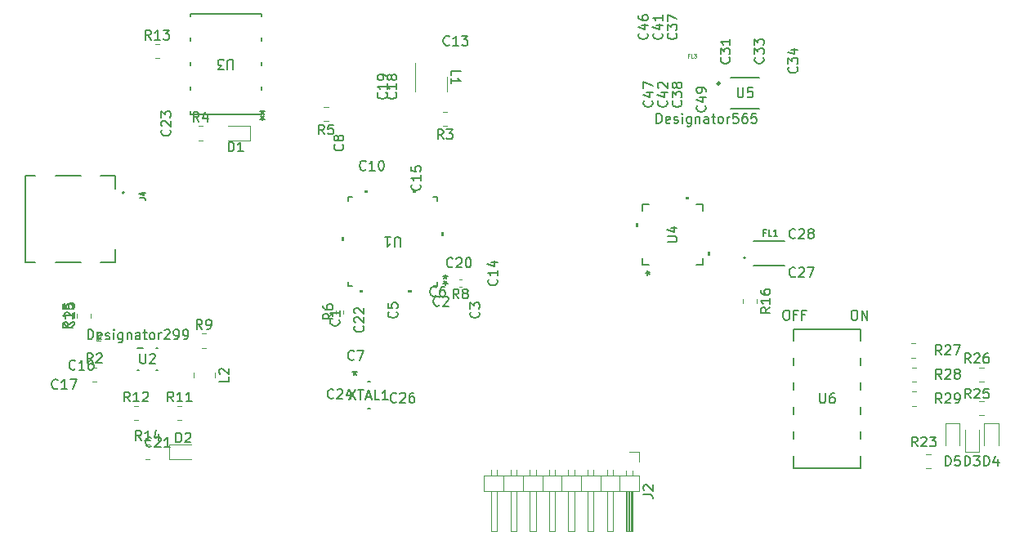
<source format=gbr>
%TF.GenerationSoftware,KiCad,Pcbnew,8.0.2*%
%TF.CreationDate,2025-01-28T20:19:24-08:00*%
%TF.ProjectId,design_revb_2chip,64657369-676e-45f7-9265-76625f326368,rev?*%
%TF.SameCoordinates,Original*%
%TF.FileFunction,Legend,Top*%
%TF.FilePolarity,Positive*%
%FSLAX46Y46*%
G04 Gerber Fmt 4.6, Leading zero omitted, Abs format (unit mm)*
G04 Created by KiCad (PCBNEW 8.0.2) date 2025-01-28 20:19:24*
%MOMM*%
%LPD*%
G01*
G04 APERTURE LIST*
%ADD10C,0.150000*%
%ADD11C,0.098425*%
%ADD12C,0.120000*%
%ADD13C,0.170000*%
%ADD14C,0.127000*%
%ADD15C,0.200000*%
%ADD16C,0.152400*%
%ADD17C,0.000000*%
%ADD18C,0.250000*%
G04 APERTURE END LIST*
D10*
X216859580Y-54642857D02*
X216907200Y-54690476D01*
X216907200Y-54690476D02*
X216954819Y-54833333D01*
X216954819Y-54833333D02*
X216954819Y-54928571D01*
X216954819Y-54928571D02*
X216907200Y-55071428D01*
X216907200Y-55071428D02*
X216811961Y-55166666D01*
X216811961Y-55166666D02*
X216716723Y-55214285D01*
X216716723Y-55214285D02*
X216526247Y-55261904D01*
X216526247Y-55261904D02*
X216383390Y-55261904D01*
X216383390Y-55261904D02*
X216192914Y-55214285D01*
X216192914Y-55214285D02*
X216097676Y-55166666D01*
X216097676Y-55166666D02*
X216002438Y-55071428D01*
X216002438Y-55071428D02*
X215954819Y-54928571D01*
X215954819Y-54928571D02*
X215954819Y-54833333D01*
X215954819Y-54833333D02*
X216002438Y-54690476D01*
X216002438Y-54690476D02*
X216050057Y-54642857D01*
X216288152Y-53785714D02*
X216954819Y-53785714D01*
X215907200Y-54023809D02*
X216621485Y-54261904D01*
X216621485Y-54261904D02*
X216621485Y-53642857D01*
X215954819Y-52833333D02*
X215954819Y-53023809D01*
X215954819Y-53023809D02*
X216002438Y-53119047D01*
X216002438Y-53119047D02*
X216050057Y-53166666D01*
X216050057Y-53166666D02*
X216192914Y-53261904D01*
X216192914Y-53261904D02*
X216383390Y-53309523D01*
X216383390Y-53309523D02*
X216764342Y-53309523D01*
X216764342Y-53309523D02*
X216859580Y-53261904D01*
X216859580Y-53261904D02*
X216907200Y-53214285D01*
X216907200Y-53214285D02*
X216954819Y-53119047D01*
X216954819Y-53119047D02*
X216954819Y-52928571D01*
X216954819Y-52928571D02*
X216907200Y-52833333D01*
X216907200Y-52833333D02*
X216859580Y-52785714D01*
X216859580Y-52785714D02*
X216764342Y-52738095D01*
X216764342Y-52738095D02*
X216526247Y-52738095D01*
X216526247Y-52738095D02*
X216431009Y-52785714D01*
X216431009Y-52785714D02*
X216383390Y-52833333D01*
X216383390Y-52833333D02*
X216335771Y-52928571D01*
X216335771Y-52928571D02*
X216335771Y-53119047D01*
X216335771Y-53119047D02*
X216383390Y-53214285D01*
X216383390Y-53214285D02*
X216431009Y-53261904D01*
X216431009Y-53261904D02*
X216526247Y-53309523D01*
X247357142Y-90454819D02*
X247023809Y-89978628D01*
X246785714Y-90454819D02*
X246785714Y-89454819D01*
X246785714Y-89454819D02*
X247166666Y-89454819D01*
X247166666Y-89454819D02*
X247261904Y-89502438D01*
X247261904Y-89502438D02*
X247309523Y-89550057D01*
X247309523Y-89550057D02*
X247357142Y-89645295D01*
X247357142Y-89645295D02*
X247357142Y-89788152D01*
X247357142Y-89788152D02*
X247309523Y-89883390D01*
X247309523Y-89883390D02*
X247261904Y-89931009D01*
X247261904Y-89931009D02*
X247166666Y-89978628D01*
X247166666Y-89978628D02*
X246785714Y-89978628D01*
X247738095Y-89550057D02*
X247785714Y-89502438D01*
X247785714Y-89502438D02*
X247880952Y-89454819D01*
X247880952Y-89454819D02*
X248119047Y-89454819D01*
X248119047Y-89454819D02*
X248214285Y-89502438D01*
X248214285Y-89502438D02*
X248261904Y-89550057D01*
X248261904Y-89550057D02*
X248309523Y-89645295D01*
X248309523Y-89645295D02*
X248309523Y-89740533D01*
X248309523Y-89740533D02*
X248261904Y-89883390D01*
X248261904Y-89883390D02*
X247690476Y-90454819D01*
X247690476Y-90454819D02*
X248309523Y-90454819D01*
X248880952Y-89883390D02*
X248785714Y-89835771D01*
X248785714Y-89835771D02*
X248738095Y-89788152D01*
X248738095Y-89788152D02*
X248690476Y-89692914D01*
X248690476Y-89692914D02*
X248690476Y-89645295D01*
X248690476Y-89645295D02*
X248738095Y-89550057D01*
X248738095Y-89550057D02*
X248785714Y-89502438D01*
X248785714Y-89502438D02*
X248880952Y-89454819D01*
X248880952Y-89454819D02*
X249071428Y-89454819D01*
X249071428Y-89454819D02*
X249166666Y-89502438D01*
X249166666Y-89502438D02*
X249214285Y-89550057D01*
X249214285Y-89550057D02*
X249261904Y-89645295D01*
X249261904Y-89645295D02*
X249261904Y-89692914D01*
X249261904Y-89692914D02*
X249214285Y-89788152D01*
X249214285Y-89788152D02*
X249166666Y-89835771D01*
X249166666Y-89835771D02*
X249071428Y-89883390D01*
X249071428Y-89883390D02*
X248880952Y-89883390D01*
X248880952Y-89883390D02*
X248785714Y-89931009D01*
X248785714Y-89931009D02*
X248738095Y-89978628D01*
X248738095Y-89978628D02*
X248690476Y-90073866D01*
X248690476Y-90073866D02*
X248690476Y-90264342D01*
X248690476Y-90264342D02*
X248738095Y-90359580D01*
X248738095Y-90359580D02*
X248785714Y-90407200D01*
X248785714Y-90407200D02*
X248880952Y-90454819D01*
X248880952Y-90454819D02*
X249071428Y-90454819D01*
X249071428Y-90454819D02*
X249166666Y-90407200D01*
X249166666Y-90407200D02*
X249214285Y-90359580D01*
X249214285Y-90359580D02*
X249261904Y-90264342D01*
X249261904Y-90264342D02*
X249261904Y-90073866D01*
X249261904Y-90073866D02*
X249214285Y-89978628D01*
X249214285Y-89978628D02*
X249166666Y-89931009D01*
X249166666Y-89931009D02*
X249071428Y-89883390D01*
X218359580Y-54642857D02*
X218407200Y-54690476D01*
X218407200Y-54690476D02*
X218454819Y-54833333D01*
X218454819Y-54833333D02*
X218454819Y-54928571D01*
X218454819Y-54928571D02*
X218407200Y-55071428D01*
X218407200Y-55071428D02*
X218311961Y-55166666D01*
X218311961Y-55166666D02*
X218216723Y-55214285D01*
X218216723Y-55214285D02*
X218026247Y-55261904D01*
X218026247Y-55261904D02*
X217883390Y-55261904D01*
X217883390Y-55261904D02*
X217692914Y-55214285D01*
X217692914Y-55214285D02*
X217597676Y-55166666D01*
X217597676Y-55166666D02*
X217502438Y-55071428D01*
X217502438Y-55071428D02*
X217454819Y-54928571D01*
X217454819Y-54928571D02*
X217454819Y-54833333D01*
X217454819Y-54833333D02*
X217502438Y-54690476D01*
X217502438Y-54690476D02*
X217550057Y-54642857D01*
X217788152Y-53785714D02*
X218454819Y-53785714D01*
X217407200Y-54023809D02*
X218121485Y-54261904D01*
X218121485Y-54261904D02*
X218121485Y-53642857D01*
X218454819Y-52738095D02*
X218454819Y-53309523D01*
X218454819Y-53023809D02*
X217454819Y-53023809D01*
X217454819Y-53023809D02*
X217597676Y-53119047D01*
X217597676Y-53119047D02*
X217692914Y-53214285D01*
X217692914Y-53214285D02*
X217740533Y-53309523D01*
X173474405Y-66884819D02*
X173474405Y-65884819D01*
X173474405Y-65884819D02*
X173712500Y-65884819D01*
X173712500Y-65884819D02*
X173855357Y-65932438D01*
X173855357Y-65932438D02*
X173950595Y-66027676D01*
X173950595Y-66027676D02*
X173998214Y-66122914D01*
X173998214Y-66122914D02*
X174045833Y-66313390D01*
X174045833Y-66313390D02*
X174045833Y-66456247D01*
X174045833Y-66456247D02*
X173998214Y-66646723D01*
X173998214Y-66646723D02*
X173950595Y-66741961D01*
X173950595Y-66741961D02*
X173855357Y-66837200D01*
X173855357Y-66837200D02*
X173712500Y-66884819D01*
X173712500Y-66884819D02*
X173474405Y-66884819D01*
X174998214Y-66884819D02*
X174426786Y-66884819D01*
X174712500Y-66884819D02*
X174712500Y-65884819D01*
X174712500Y-65884819D02*
X174617262Y-66027676D01*
X174617262Y-66027676D02*
X174522024Y-66122914D01*
X174522024Y-66122914D02*
X174426786Y-66170533D01*
X164325595Y-87854818D02*
X164325595Y-88664341D01*
X164325595Y-88664341D02*
X164373214Y-88759579D01*
X164373214Y-88759579D02*
X164420833Y-88807199D01*
X164420833Y-88807199D02*
X164516071Y-88854818D01*
X164516071Y-88854818D02*
X164706547Y-88854818D01*
X164706547Y-88854818D02*
X164801785Y-88807199D01*
X164801785Y-88807199D02*
X164849404Y-88759579D01*
X164849404Y-88759579D02*
X164897023Y-88664341D01*
X164897023Y-88664341D02*
X164897023Y-87854818D01*
X165325595Y-87950056D02*
X165373214Y-87902437D01*
X165373214Y-87902437D02*
X165468452Y-87854818D01*
X165468452Y-87854818D02*
X165706547Y-87854818D01*
X165706547Y-87854818D02*
X165801785Y-87902437D01*
X165801785Y-87902437D02*
X165849404Y-87950056D01*
X165849404Y-87950056D02*
X165897023Y-88045294D01*
X165897023Y-88045294D02*
X165897023Y-88140532D01*
X165897023Y-88140532D02*
X165849404Y-88283389D01*
X165849404Y-88283389D02*
X165277976Y-88854818D01*
X165277976Y-88854818D02*
X165897023Y-88854818D01*
X158930233Y-86340218D02*
X158930233Y-85340218D01*
X158930233Y-85340218D02*
X159168328Y-85340218D01*
X159168328Y-85340218D02*
X159311185Y-85387837D01*
X159311185Y-85387837D02*
X159406423Y-85483075D01*
X159406423Y-85483075D02*
X159454042Y-85578313D01*
X159454042Y-85578313D02*
X159501661Y-85768789D01*
X159501661Y-85768789D02*
X159501661Y-85911646D01*
X159501661Y-85911646D02*
X159454042Y-86102122D01*
X159454042Y-86102122D02*
X159406423Y-86197360D01*
X159406423Y-86197360D02*
X159311185Y-86292599D01*
X159311185Y-86292599D02*
X159168328Y-86340218D01*
X159168328Y-86340218D02*
X158930233Y-86340218D01*
X160311185Y-86292599D02*
X160215947Y-86340218D01*
X160215947Y-86340218D02*
X160025471Y-86340218D01*
X160025471Y-86340218D02*
X159930233Y-86292599D01*
X159930233Y-86292599D02*
X159882614Y-86197360D01*
X159882614Y-86197360D02*
X159882614Y-85816408D01*
X159882614Y-85816408D02*
X159930233Y-85721170D01*
X159930233Y-85721170D02*
X160025471Y-85673551D01*
X160025471Y-85673551D02*
X160215947Y-85673551D01*
X160215947Y-85673551D02*
X160311185Y-85721170D01*
X160311185Y-85721170D02*
X160358804Y-85816408D01*
X160358804Y-85816408D02*
X160358804Y-85911646D01*
X160358804Y-85911646D02*
X159882614Y-86006884D01*
X160739757Y-86292599D02*
X160834995Y-86340218D01*
X160834995Y-86340218D02*
X161025471Y-86340218D01*
X161025471Y-86340218D02*
X161120709Y-86292599D01*
X161120709Y-86292599D02*
X161168328Y-86197360D01*
X161168328Y-86197360D02*
X161168328Y-86149741D01*
X161168328Y-86149741D02*
X161120709Y-86054503D01*
X161120709Y-86054503D02*
X161025471Y-86006884D01*
X161025471Y-86006884D02*
X160882614Y-86006884D01*
X160882614Y-86006884D02*
X160787376Y-85959265D01*
X160787376Y-85959265D02*
X160739757Y-85864027D01*
X160739757Y-85864027D02*
X160739757Y-85816408D01*
X160739757Y-85816408D02*
X160787376Y-85721170D01*
X160787376Y-85721170D02*
X160882614Y-85673551D01*
X160882614Y-85673551D02*
X161025471Y-85673551D01*
X161025471Y-85673551D02*
X161120709Y-85721170D01*
X161596900Y-86340218D02*
X161596900Y-85673551D01*
X161596900Y-85340218D02*
X161549281Y-85387837D01*
X161549281Y-85387837D02*
X161596900Y-85435456D01*
X161596900Y-85435456D02*
X161644519Y-85387837D01*
X161644519Y-85387837D02*
X161596900Y-85340218D01*
X161596900Y-85340218D02*
X161596900Y-85435456D01*
X162501661Y-85673551D02*
X162501661Y-86483075D01*
X162501661Y-86483075D02*
X162454042Y-86578313D01*
X162454042Y-86578313D02*
X162406423Y-86625932D01*
X162406423Y-86625932D02*
X162311185Y-86673551D01*
X162311185Y-86673551D02*
X162168328Y-86673551D01*
X162168328Y-86673551D02*
X162073090Y-86625932D01*
X162501661Y-86292599D02*
X162406423Y-86340218D01*
X162406423Y-86340218D02*
X162215947Y-86340218D01*
X162215947Y-86340218D02*
X162120709Y-86292599D01*
X162120709Y-86292599D02*
X162073090Y-86244979D01*
X162073090Y-86244979D02*
X162025471Y-86149741D01*
X162025471Y-86149741D02*
X162025471Y-85864027D01*
X162025471Y-85864027D02*
X162073090Y-85768789D01*
X162073090Y-85768789D02*
X162120709Y-85721170D01*
X162120709Y-85721170D02*
X162215947Y-85673551D01*
X162215947Y-85673551D02*
X162406423Y-85673551D01*
X162406423Y-85673551D02*
X162501661Y-85721170D01*
X162977852Y-85673551D02*
X162977852Y-86340218D01*
X162977852Y-85768789D02*
X163025471Y-85721170D01*
X163025471Y-85721170D02*
X163120709Y-85673551D01*
X163120709Y-85673551D02*
X163263566Y-85673551D01*
X163263566Y-85673551D02*
X163358804Y-85721170D01*
X163358804Y-85721170D02*
X163406423Y-85816408D01*
X163406423Y-85816408D02*
X163406423Y-86340218D01*
X164311185Y-86340218D02*
X164311185Y-85816408D01*
X164311185Y-85816408D02*
X164263566Y-85721170D01*
X164263566Y-85721170D02*
X164168328Y-85673551D01*
X164168328Y-85673551D02*
X163977852Y-85673551D01*
X163977852Y-85673551D02*
X163882614Y-85721170D01*
X164311185Y-86292599D02*
X164215947Y-86340218D01*
X164215947Y-86340218D02*
X163977852Y-86340218D01*
X163977852Y-86340218D02*
X163882614Y-86292599D01*
X163882614Y-86292599D02*
X163834995Y-86197360D01*
X163834995Y-86197360D02*
X163834995Y-86102122D01*
X163834995Y-86102122D02*
X163882614Y-86006884D01*
X163882614Y-86006884D02*
X163977852Y-85959265D01*
X163977852Y-85959265D02*
X164215947Y-85959265D01*
X164215947Y-85959265D02*
X164311185Y-85911646D01*
X164644519Y-85673551D02*
X165025471Y-85673551D01*
X164787376Y-85340218D02*
X164787376Y-86197360D01*
X164787376Y-86197360D02*
X164834995Y-86292599D01*
X164834995Y-86292599D02*
X164930233Y-86340218D01*
X164930233Y-86340218D02*
X165025471Y-86340218D01*
X165501662Y-86340218D02*
X165406424Y-86292599D01*
X165406424Y-86292599D02*
X165358805Y-86244979D01*
X165358805Y-86244979D02*
X165311186Y-86149741D01*
X165311186Y-86149741D02*
X165311186Y-85864027D01*
X165311186Y-85864027D02*
X165358805Y-85768789D01*
X165358805Y-85768789D02*
X165406424Y-85721170D01*
X165406424Y-85721170D02*
X165501662Y-85673551D01*
X165501662Y-85673551D02*
X165644519Y-85673551D01*
X165644519Y-85673551D02*
X165739757Y-85721170D01*
X165739757Y-85721170D02*
X165787376Y-85768789D01*
X165787376Y-85768789D02*
X165834995Y-85864027D01*
X165834995Y-85864027D02*
X165834995Y-86149741D01*
X165834995Y-86149741D02*
X165787376Y-86244979D01*
X165787376Y-86244979D02*
X165739757Y-86292599D01*
X165739757Y-86292599D02*
X165644519Y-86340218D01*
X165644519Y-86340218D02*
X165501662Y-86340218D01*
X166263567Y-86340218D02*
X166263567Y-85673551D01*
X166263567Y-85864027D02*
X166311186Y-85768789D01*
X166311186Y-85768789D02*
X166358805Y-85721170D01*
X166358805Y-85721170D02*
X166454043Y-85673551D01*
X166454043Y-85673551D02*
X166549281Y-85673551D01*
X166834996Y-85435456D02*
X166882615Y-85387837D01*
X166882615Y-85387837D02*
X166977853Y-85340218D01*
X166977853Y-85340218D02*
X167215948Y-85340218D01*
X167215948Y-85340218D02*
X167311186Y-85387837D01*
X167311186Y-85387837D02*
X167358805Y-85435456D01*
X167358805Y-85435456D02*
X167406424Y-85530694D01*
X167406424Y-85530694D02*
X167406424Y-85625932D01*
X167406424Y-85625932D02*
X167358805Y-85768789D01*
X167358805Y-85768789D02*
X166787377Y-86340218D01*
X166787377Y-86340218D02*
X167406424Y-86340218D01*
X167882615Y-86340218D02*
X168073091Y-86340218D01*
X168073091Y-86340218D02*
X168168329Y-86292599D01*
X168168329Y-86292599D02*
X168215948Y-86244979D01*
X168215948Y-86244979D02*
X168311186Y-86102122D01*
X168311186Y-86102122D02*
X168358805Y-85911646D01*
X168358805Y-85911646D02*
X168358805Y-85530694D01*
X168358805Y-85530694D02*
X168311186Y-85435456D01*
X168311186Y-85435456D02*
X168263567Y-85387837D01*
X168263567Y-85387837D02*
X168168329Y-85340218D01*
X168168329Y-85340218D02*
X167977853Y-85340218D01*
X167977853Y-85340218D02*
X167882615Y-85387837D01*
X167882615Y-85387837D02*
X167834996Y-85435456D01*
X167834996Y-85435456D02*
X167787377Y-85530694D01*
X167787377Y-85530694D02*
X167787377Y-85768789D01*
X167787377Y-85768789D02*
X167834996Y-85864027D01*
X167834996Y-85864027D02*
X167882615Y-85911646D01*
X167882615Y-85911646D02*
X167977853Y-85959265D01*
X167977853Y-85959265D02*
X168168329Y-85959265D01*
X168168329Y-85959265D02*
X168263567Y-85911646D01*
X168263567Y-85911646D02*
X168311186Y-85864027D01*
X168311186Y-85864027D02*
X168358805Y-85768789D01*
X168834996Y-86340218D02*
X169025472Y-86340218D01*
X169025472Y-86340218D02*
X169120710Y-86292599D01*
X169120710Y-86292599D02*
X169168329Y-86244979D01*
X169168329Y-86244979D02*
X169263567Y-86102122D01*
X169263567Y-86102122D02*
X169311186Y-85911646D01*
X169311186Y-85911646D02*
X169311186Y-85530694D01*
X169311186Y-85530694D02*
X169263567Y-85435456D01*
X169263567Y-85435456D02*
X169215948Y-85387837D01*
X169215948Y-85387837D02*
X169120710Y-85340218D01*
X169120710Y-85340218D02*
X168930234Y-85340218D01*
X168930234Y-85340218D02*
X168834996Y-85387837D01*
X168834996Y-85387837D02*
X168787377Y-85435456D01*
X168787377Y-85435456D02*
X168739758Y-85530694D01*
X168739758Y-85530694D02*
X168739758Y-85768789D01*
X168739758Y-85768789D02*
X168787377Y-85864027D01*
X168787377Y-85864027D02*
X168834996Y-85911646D01*
X168834996Y-85911646D02*
X168930234Y-85959265D01*
X168930234Y-85959265D02*
X169120710Y-85959265D01*
X169120710Y-85959265D02*
X169215948Y-85911646D01*
X169215948Y-85911646D02*
X169263567Y-85864027D01*
X169263567Y-85864027D02*
X169311186Y-85768789D01*
X229134619Y-75293038D02*
X228921285Y-75293038D01*
X228921285Y-75628276D02*
X228921285Y-74988276D01*
X228921285Y-74988276D02*
X229226047Y-74988276D01*
X229774618Y-75628276D02*
X229469856Y-75628276D01*
X229469856Y-75628276D02*
X229469856Y-74988276D01*
X230323190Y-75628276D02*
X229957475Y-75628276D01*
X230140332Y-75628276D02*
X230140332Y-74988276D01*
X230140332Y-74988276D02*
X230079380Y-75079704D01*
X230079380Y-75079704D02*
X230018428Y-75140657D01*
X230018428Y-75140657D02*
X229957475Y-75171133D01*
X218859580Y-61642857D02*
X218907200Y-61690476D01*
X218907200Y-61690476D02*
X218954819Y-61833333D01*
X218954819Y-61833333D02*
X218954819Y-61928571D01*
X218954819Y-61928571D02*
X218907200Y-62071428D01*
X218907200Y-62071428D02*
X218811961Y-62166666D01*
X218811961Y-62166666D02*
X218716723Y-62214285D01*
X218716723Y-62214285D02*
X218526247Y-62261904D01*
X218526247Y-62261904D02*
X218383390Y-62261904D01*
X218383390Y-62261904D02*
X218192914Y-62214285D01*
X218192914Y-62214285D02*
X218097676Y-62166666D01*
X218097676Y-62166666D02*
X218002438Y-62071428D01*
X218002438Y-62071428D02*
X217954819Y-61928571D01*
X217954819Y-61928571D02*
X217954819Y-61833333D01*
X217954819Y-61833333D02*
X218002438Y-61690476D01*
X218002438Y-61690476D02*
X218050057Y-61642857D01*
X218288152Y-60785714D02*
X218954819Y-60785714D01*
X217907200Y-61023809D02*
X218621485Y-61261904D01*
X218621485Y-61261904D02*
X218621485Y-60642857D01*
X218050057Y-60309523D02*
X218002438Y-60261904D01*
X218002438Y-60261904D02*
X217954819Y-60166666D01*
X217954819Y-60166666D02*
X217954819Y-59928571D01*
X217954819Y-59928571D02*
X218002438Y-59833333D01*
X218002438Y-59833333D02*
X218050057Y-59785714D01*
X218050057Y-59785714D02*
X218145295Y-59738095D01*
X218145295Y-59738095D02*
X218240533Y-59738095D01*
X218240533Y-59738095D02*
X218383390Y-59785714D01*
X218383390Y-59785714D02*
X218954819Y-60357142D01*
X218954819Y-60357142D02*
X218954819Y-59738095D01*
X247357142Y-92954819D02*
X247023809Y-92478628D01*
X246785714Y-92954819D02*
X246785714Y-91954819D01*
X246785714Y-91954819D02*
X247166666Y-91954819D01*
X247166666Y-91954819D02*
X247261904Y-92002438D01*
X247261904Y-92002438D02*
X247309523Y-92050057D01*
X247309523Y-92050057D02*
X247357142Y-92145295D01*
X247357142Y-92145295D02*
X247357142Y-92288152D01*
X247357142Y-92288152D02*
X247309523Y-92383390D01*
X247309523Y-92383390D02*
X247261904Y-92431009D01*
X247261904Y-92431009D02*
X247166666Y-92478628D01*
X247166666Y-92478628D02*
X246785714Y-92478628D01*
X247738095Y-92050057D02*
X247785714Y-92002438D01*
X247785714Y-92002438D02*
X247880952Y-91954819D01*
X247880952Y-91954819D02*
X248119047Y-91954819D01*
X248119047Y-91954819D02*
X248214285Y-92002438D01*
X248214285Y-92002438D02*
X248261904Y-92050057D01*
X248261904Y-92050057D02*
X248309523Y-92145295D01*
X248309523Y-92145295D02*
X248309523Y-92240533D01*
X248309523Y-92240533D02*
X248261904Y-92383390D01*
X248261904Y-92383390D02*
X247690476Y-92954819D01*
X247690476Y-92954819D02*
X248309523Y-92954819D01*
X248785714Y-92954819D02*
X248976190Y-92954819D01*
X248976190Y-92954819D02*
X249071428Y-92907200D01*
X249071428Y-92907200D02*
X249119047Y-92859580D01*
X249119047Y-92859580D02*
X249214285Y-92716723D01*
X249214285Y-92716723D02*
X249261904Y-92526247D01*
X249261904Y-92526247D02*
X249261904Y-92145295D01*
X249261904Y-92145295D02*
X249214285Y-92050057D01*
X249214285Y-92050057D02*
X249166666Y-92002438D01*
X249166666Y-92002438D02*
X249071428Y-91954819D01*
X249071428Y-91954819D02*
X248880952Y-91954819D01*
X248880952Y-91954819D02*
X248785714Y-92002438D01*
X248785714Y-92002438D02*
X248738095Y-92050057D01*
X248738095Y-92050057D02*
X248690476Y-92145295D01*
X248690476Y-92145295D02*
X248690476Y-92383390D01*
X248690476Y-92383390D02*
X248738095Y-92478628D01*
X248738095Y-92478628D02*
X248785714Y-92526247D01*
X248785714Y-92526247D02*
X248880952Y-92573866D01*
X248880952Y-92573866D02*
X249071428Y-92573866D01*
X249071428Y-92573866D02*
X249166666Y-92526247D01*
X249166666Y-92526247D02*
X249214285Y-92478628D01*
X249214285Y-92478628D02*
X249261904Y-92383390D01*
X222859580Y-62142857D02*
X222907200Y-62190476D01*
X222907200Y-62190476D02*
X222954819Y-62333333D01*
X222954819Y-62333333D02*
X222954819Y-62428571D01*
X222954819Y-62428571D02*
X222907200Y-62571428D01*
X222907200Y-62571428D02*
X222811961Y-62666666D01*
X222811961Y-62666666D02*
X222716723Y-62714285D01*
X222716723Y-62714285D02*
X222526247Y-62761904D01*
X222526247Y-62761904D02*
X222383390Y-62761904D01*
X222383390Y-62761904D02*
X222192914Y-62714285D01*
X222192914Y-62714285D02*
X222097676Y-62666666D01*
X222097676Y-62666666D02*
X222002438Y-62571428D01*
X222002438Y-62571428D02*
X221954819Y-62428571D01*
X221954819Y-62428571D02*
X221954819Y-62333333D01*
X221954819Y-62333333D02*
X222002438Y-62190476D01*
X222002438Y-62190476D02*
X222050057Y-62142857D01*
X222288152Y-61285714D02*
X222954819Y-61285714D01*
X221907200Y-61523809D02*
X222621485Y-61761904D01*
X222621485Y-61761904D02*
X222621485Y-61142857D01*
X222954819Y-60714285D02*
X222954819Y-60523809D01*
X222954819Y-60523809D02*
X222907200Y-60428571D01*
X222907200Y-60428571D02*
X222859580Y-60380952D01*
X222859580Y-60380952D02*
X222716723Y-60285714D01*
X222716723Y-60285714D02*
X222526247Y-60238095D01*
X222526247Y-60238095D02*
X222145295Y-60238095D01*
X222145295Y-60238095D02*
X222050057Y-60285714D01*
X222050057Y-60285714D02*
X222002438Y-60333333D01*
X222002438Y-60333333D02*
X221954819Y-60428571D01*
X221954819Y-60428571D02*
X221954819Y-60619047D01*
X221954819Y-60619047D02*
X222002438Y-60714285D01*
X222002438Y-60714285D02*
X222050057Y-60761904D01*
X222050057Y-60761904D02*
X222145295Y-60809523D01*
X222145295Y-60809523D02*
X222383390Y-60809523D01*
X222383390Y-60809523D02*
X222478628Y-60761904D01*
X222478628Y-60761904D02*
X222526247Y-60714285D01*
X222526247Y-60714285D02*
X222573866Y-60619047D01*
X222573866Y-60619047D02*
X222573866Y-60428571D01*
X222573866Y-60428571D02*
X222526247Y-60333333D01*
X222526247Y-60333333D02*
X222478628Y-60285714D01*
X222478628Y-60285714D02*
X222383390Y-60238095D01*
X247761905Y-99454819D02*
X247761905Y-98454819D01*
X247761905Y-98454819D02*
X248000000Y-98454819D01*
X248000000Y-98454819D02*
X248142857Y-98502438D01*
X248142857Y-98502438D02*
X248238095Y-98597676D01*
X248238095Y-98597676D02*
X248285714Y-98692914D01*
X248285714Y-98692914D02*
X248333333Y-98883390D01*
X248333333Y-98883390D02*
X248333333Y-99026247D01*
X248333333Y-99026247D02*
X248285714Y-99216723D01*
X248285714Y-99216723D02*
X248238095Y-99311961D01*
X248238095Y-99311961D02*
X248142857Y-99407200D01*
X248142857Y-99407200D02*
X248000000Y-99454819D01*
X248000000Y-99454819D02*
X247761905Y-99454819D01*
X249238095Y-98454819D02*
X248761905Y-98454819D01*
X248761905Y-98454819D02*
X248714286Y-98931009D01*
X248714286Y-98931009D02*
X248761905Y-98883390D01*
X248761905Y-98883390D02*
X248857143Y-98835771D01*
X248857143Y-98835771D02*
X249095238Y-98835771D01*
X249095238Y-98835771D02*
X249190476Y-98883390D01*
X249190476Y-98883390D02*
X249238095Y-98931009D01*
X249238095Y-98931009D02*
X249285714Y-99026247D01*
X249285714Y-99026247D02*
X249285714Y-99264342D01*
X249285714Y-99264342D02*
X249238095Y-99359580D01*
X249238095Y-99359580D02*
X249190476Y-99407200D01*
X249190476Y-99407200D02*
X249095238Y-99454819D01*
X249095238Y-99454819D02*
X248857143Y-99454819D01*
X248857143Y-99454819D02*
X248761905Y-99407200D01*
X248761905Y-99407200D02*
X248714286Y-99359580D01*
X164253923Y-71710047D02*
X164703938Y-71710047D01*
X164703938Y-71710047D02*
X164793941Y-71740048D01*
X164793941Y-71740048D02*
X164853944Y-71800050D01*
X164853944Y-71800050D02*
X164883945Y-71890053D01*
X164883945Y-71890053D02*
X164883945Y-71950055D01*
X164463930Y-71140027D02*
X164883945Y-71140027D01*
X164223922Y-71290032D02*
X164673937Y-71440037D01*
X164673937Y-71440037D02*
X164673937Y-71050024D01*
X232202142Y-79805980D02*
X232154523Y-79853600D01*
X232154523Y-79853600D02*
X232011666Y-79901219D01*
X232011666Y-79901219D02*
X231916428Y-79901219D01*
X231916428Y-79901219D02*
X231773571Y-79853600D01*
X231773571Y-79853600D02*
X231678333Y-79758361D01*
X231678333Y-79758361D02*
X231630714Y-79663123D01*
X231630714Y-79663123D02*
X231583095Y-79472647D01*
X231583095Y-79472647D02*
X231583095Y-79329790D01*
X231583095Y-79329790D02*
X231630714Y-79139314D01*
X231630714Y-79139314D02*
X231678333Y-79044076D01*
X231678333Y-79044076D02*
X231773571Y-78948838D01*
X231773571Y-78948838D02*
X231916428Y-78901219D01*
X231916428Y-78901219D02*
X232011666Y-78901219D01*
X232011666Y-78901219D02*
X232154523Y-78948838D01*
X232154523Y-78948838D02*
X232202142Y-78996457D01*
X232583095Y-78996457D02*
X232630714Y-78948838D01*
X232630714Y-78948838D02*
X232725952Y-78901219D01*
X232725952Y-78901219D02*
X232964047Y-78901219D01*
X232964047Y-78901219D02*
X233059285Y-78948838D01*
X233059285Y-78948838D02*
X233106904Y-78996457D01*
X233106904Y-78996457D02*
X233154523Y-79091695D01*
X233154523Y-79091695D02*
X233154523Y-79186933D01*
X233154523Y-79186933D02*
X233106904Y-79329790D01*
X233106904Y-79329790D02*
X232535476Y-79901219D01*
X232535476Y-79901219D02*
X233154523Y-79901219D01*
X233487857Y-78901219D02*
X234154523Y-78901219D01*
X234154523Y-78901219D02*
X233725952Y-79901219D01*
X197343333Y-82124819D02*
X197010000Y-81648628D01*
X196771905Y-82124819D02*
X196771905Y-81124819D01*
X196771905Y-81124819D02*
X197152857Y-81124819D01*
X197152857Y-81124819D02*
X197248095Y-81172438D01*
X197248095Y-81172438D02*
X197295714Y-81220057D01*
X197295714Y-81220057D02*
X197343333Y-81315295D01*
X197343333Y-81315295D02*
X197343333Y-81458152D01*
X197343333Y-81458152D02*
X197295714Y-81553390D01*
X197295714Y-81553390D02*
X197248095Y-81601009D01*
X197248095Y-81601009D02*
X197152857Y-81648628D01*
X197152857Y-81648628D02*
X196771905Y-81648628D01*
X197914762Y-81553390D02*
X197819524Y-81505771D01*
X197819524Y-81505771D02*
X197771905Y-81458152D01*
X197771905Y-81458152D02*
X197724286Y-81362914D01*
X197724286Y-81362914D02*
X197724286Y-81315295D01*
X197724286Y-81315295D02*
X197771905Y-81220057D01*
X197771905Y-81220057D02*
X197819524Y-81172438D01*
X197819524Y-81172438D02*
X197914762Y-81124819D01*
X197914762Y-81124819D02*
X198105238Y-81124819D01*
X198105238Y-81124819D02*
X198200476Y-81172438D01*
X198200476Y-81172438D02*
X198248095Y-81220057D01*
X198248095Y-81220057D02*
X198295714Y-81315295D01*
X198295714Y-81315295D02*
X198295714Y-81362914D01*
X198295714Y-81362914D02*
X198248095Y-81458152D01*
X198248095Y-81458152D02*
X198200476Y-81505771D01*
X198200476Y-81505771D02*
X198105238Y-81553390D01*
X198105238Y-81553390D02*
X197914762Y-81553390D01*
X197914762Y-81553390D02*
X197819524Y-81601009D01*
X197819524Y-81601009D02*
X197771905Y-81648628D01*
X197771905Y-81648628D02*
X197724286Y-81743866D01*
X197724286Y-81743866D02*
X197724286Y-81934342D01*
X197724286Y-81934342D02*
X197771905Y-82029580D01*
X197771905Y-82029580D02*
X197819524Y-82077200D01*
X197819524Y-82077200D02*
X197914762Y-82124819D01*
X197914762Y-82124819D02*
X198105238Y-82124819D01*
X198105238Y-82124819D02*
X198200476Y-82077200D01*
X198200476Y-82077200D02*
X198248095Y-82029580D01*
X198248095Y-82029580D02*
X198295714Y-81934342D01*
X198295714Y-81934342D02*
X198295714Y-81743866D01*
X198295714Y-81743866D02*
X198248095Y-81648628D01*
X198248095Y-81648628D02*
X198200476Y-81601009D01*
X198200476Y-81601009D02*
X198105238Y-81553390D01*
X195745833Y-65604819D02*
X195412500Y-65128628D01*
X195174405Y-65604819D02*
X195174405Y-64604819D01*
X195174405Y-64604819D02*
X195555357Y-64604819D01*
X195555357Y-64604819D02*
X195650595Y-64652438D01*
X195650595Y-64652438D02*
X195698214Y-64700057D01*
X195698214Y-64700057D02*
X195745833Y-64795295D01*
X195745833Y-64795295D02*
X195745833Y-64938152D01*
X195745833Y-64938152D02*
X195698214Y-65033390D01*
X195698214Y-65033390D02*
X195650595Y-65081009D01*
X195650595Y-65081009D02*
X195555357Y-65128628D01*
X195555357Y-65128628D02*
X195174405Y-65128628D01*
X196079167Y-64604819D02*
X196698214Y-64604819D01*
X196698214Y-64604819D02*
X196364881Y-64985771D01*
X196364881Y-64985771D02*
X196507738Y-64985771D01*
X196507738Y-64985771D02*
X196602976Y-65033390D01*
X196602976Y-65033390D02*
X196650595Y-65081009D01*
X196650595Y-65081009D02*
X196698214Y-65176247D01*
X196698214Y-65176247D02*
X196698214Y-65414342D01*
X196698214Y-65414342D02*
X196650595Y-65509580D01*
X196650595Y-65509580D02*
X196602976Y-65557200D01*
X196602976Y-65557200D02*
X196507738Y-65604819D01*
X196507738Y-65604819D02*
X196222024Y-65604819D01*
X196222024Y-65604819D02*
X196126786Y-65557200D01*
X196126786Y-65557200D02*
X196079167Y-65509580D01*
X173504819Y-90241666D02*
X173504819Y-90717856D01*
X173504819Y-90717856D02*
X172504819Y-90717856D01*
X172600057Y-89955951D02*
X172552438Y-89908332D01*
X172552438Y-89908332D02*
X172504819Y-89813094D01*
X172504819Y-89813094D02*
X172504819Y-89574999D01*
X172504819Y-89574999D02*
X172552438Y-89479761D01*
X172552438Y-89479761D02*
X172600057Y-89432142D01*
X172600057Y-89432142D02*
X172695295Y-89384523D01*
X172695295Y-89384523D02*
X172790533Y-89384523D01*
X172790533Y-89384523D02*
X172933390Y-89432142D01*
X172933390Y-89432142D02*
X173504819Y-90003570D01*
X173504819Y-90003570D02*
X173504819Y-89384523D01*
X164444642Y-96804819D02*
X164111309Y-96328628D01*
X163873214Y-96804819D02*
X163873214Y-95804819D01*
X163873214Y-95804819D02*
X164254166Y-95804819D01*
X164254166Y-95804819D02*
X164349404Y-95852438D01*
X164349404Y-95852438D02*
X164397023Y-95900057D01*
X164397023Y-95900057D02*
X164444642Y-95995295D01*
X164444642Y-95995295D02*
X164444642Y-96138152D01*
X164444642Y-96138152D02*
X164397023Y-96233390D01*
X164397023Y-96233390D02*
X164349404Y-96281009D01*
X164349404Y-96281009D02*
X164254166Y-96328628D01*
X164254166Y-96328628D02*
X163873214Y-96328628D01*
X165397023Y-96804819D02*
X164825595Y-96804819D01*
X165111309Y-96804819D02*
X165111309Y-95804819D01*
X165111309Y-95804819D02*
X165016071Y-95947676D01*
X165016071Y-95947676D02*
X164920833Y-96042914D01*
X164920833Y-96042914D02*
X164825595Y-96090533D01*
X166254166Y-96138152D02*
X166254166Y-96804819D01*
X166016071Y-95757200D02*
X165777976Y-96471485D01*
X165777976Y-96471485D02*
X166397023Y-96471485D01*
X232359580Y-58142857D02*
X232407200Y-58190476D01*
X232407200Y-58190476D02*
X232454819Y-58333333D01*
X232454819Y-58333333D02*
X232454819Y-58428571D01*
X232454819Y-58428571D02*
X232407200Y-58571428D01*
X232407200Y-58571428D02*
X232311961Y-58666666D01*
X232311961Y-58666666D02*
X232216723Y-58714285D01*
X232216723Y-58714285D02*
X232026247Y-58761904D01*
X232026247Y-58761904D02*
X231883390Y-58761904D01*
X231883390Y-58761904D02*
X231692914Y-58714285D01*
X231692914Y-58714285D02*
X231597676Y-58666666D01*
X231597676Y-58666666D02*
X231502438Y-58571428D01*
X231502438Y-58571428D02*
X231454819Y-58428571D01*
X231454819Y-58428571D02*
X231454819Y-58333333D01*
X231454819Y-58333333D02*
X231502438Y-58190476D01*
X231502438Y-58190476D02*
X231550057Y-58142857D01*
X231454819Y-57809523D02*
X231454819Y-57190476D01*
X231454819Y-57190476D02*
X231835771Y-57523809D01*
X231835771Y-57523809D02*
X231835771Y-57380952D01*
X231835771Y-57380952D02*
X231883390Y-57285714D01*
X231883390Y-57285714D02*
X231931009Y-57238095D01*
X231931009Y-57238095D02*
X232026247Y-57190476D01*
X232026247Y-57190476D02*
X232264342Y-57190476D01*
X232264342Y-57190476D02*
X232359580Y-57238095D01*
X232359580Y-57238095D02*
X232407200Y-57285714D01*
X232407200Y-57285714D02*
X232454819Y-57380952D01*
X232454819Y-57380952D02*
X232454819Y-57666666D01*
X232454819Y-57666666D02*
X232407200Y-57761904D01*
X232407200Y-57761904D02*
X232359580Y-57809523D01*
X231788152Y-56333333D02*
X232454819Y-56333333D01*
X231407200Y-56571428D02*
X232121485Y-56809523D01*
X232121485Y-56809523D02*
X232121485Y-56190476D01*
X229604819Y-83055357D02*
X229128628Y-83388690D01*
X229604819Y-83626785D02*
X228604819Y-83626785D01*
X228604819Y-83626785D02*
X228604819Y-83245833D01*
X228604819Y-83245833D02*
X228652438Y-83150595D01*
X228652438Y-83150595D02*
X228700057Y-83102976D01*
X228700057Y-83102976D02*
X228795295Y-83055357D01*
X228795295Y-83055357D02*
X228938152Y-83055357D01*
X228938152Y-83055357D02*
X229033390Y-83102976D01*
X229033390Y-83102976D02*
X229081009Y-83150595D01*
X229081009Y-83150595D02*
X229128628Y-83245833D01*
X229128628Y-83245833D02*
X229128628Y-83626785D01*
X229604819Y-82102976D02*
X229604819Y-82674404D01*
X229604819Y-82388690D02*
X228604819Y-82388690D01*
X228604819Y-82388690D02*
X228747676Y-82483928D01*
X228747676Y-82483928D02*
X228842914Y-82579166D01*
X228842914Y-82579166D02*
X228890533Y-82674404D01*
X228604819Y-81245833D02*
X228604819Y-81436309D01*
X228604819Y-81436309D02*
X228652438Y-81531547D01*
X228652438Y-81531547D02*
X228700057Y-81579166D01*
X228700057Y-81579166D02*
X228842914Y-81674404D01*
X228842914Y-81674404D02*
X229033390Y-81722023D01*
X229033390Y-81722023D02*
X229414342Y-81722023D01*
X229414342Y-81722023D02*
X229509580Y-81674404D01*
X229509580Y-81674404D02*
X229557200Y-81626785D01*
X229557200Y-81626785D02*
X229604819Y-81531547D01*
X229604819Y-81531547D02*
X229604819Y-81341071D01*
X229604819Y-81341071D02*
X229557200Y-81245833D01*
X229557200Y-81245833D02*
X229509580Y-81198214D01*
X229509580Y-81198214D02*
X229414342Y-81150595D01*
X229414342Y-81150595D02*
X229176247Y-81150595D01*
X229176247Y-81150595D02*
X229081009Y-81198214D01*
X229081009Y-81198214D02*
X229033390Y-81245833D01*
X229033390Y-81245833D02*
X228985771Y-81341071D01*
X228985771Y-81341071D02*
X228985771Y-81531547D01*
X228985771Y-81531547D02*
X229033390Y-81626785D01*
X229033390Y-81626785D02*
X229081009Y-81674404D01*
X229081009Y-81674404D02*
X229176247Y-81722023D01*
X194988333Y-81809580D02*
X194940714Y-81857200D01*
X194940714Y-81857200D02*
X194797857Y-81904819D01*
X194797857Y-81904819D02*
X194702619Y-81904819D01*
X194702619Y-81904819D02*
X194559762Y-81857200D01*
X194559762Y-81857200D02*
X194464524Y-81761961D01*
X194464524Y-81761961D02*
X194416905Y-81666723D01*
X194416905Y-81666723D02*
X194369286Y-81476247D01*
X194369286Y-81476247D02*
X194369286Y-81333390D01*
X194369286Y-81333390D02*
X194416905Y-81142914D01*
X194416905Y-81142914D02*
X194464524Y-81047676D01*
X194464524Y-81047676D02*
X194559762Y-80952438D01*
X194559762Y-80952438D02*
X194702619Y-80904819D01*
X194702619Y-80904819D02*
X194797857Y-80904819D01*
X194797857Y-80904819D02*
X194940714Y-80952438D01*
X194940714Y-80952438D02*
X194988333Y-81000057D01*
X195845476Y-80904819D02*
X195655000Y-80904819D01*
X195655000Y-80904819D02*
X195559762Y-80952438D01*
X195559762Y-80952438D02*
X195512143Y-81000057D01*
X195512143Y-81000057D02*
X195416905Y-81142914D01*
X195416905Y-81142914D02*
X195369286Y-81333390D01*
X195369286Y-81333390D02*
X195369286Y-81714342D01*
X195369286Y-81714342D02*
X195416905Y-81809580D01*
X195416905Y-81809580D02*
X195464524Y-81857200D01*
X195464524Y-81857200D02*
X195559762Y-81904819D01*
X195559762Y-81904819D02*
X195750238Y-81904819D01*
X195750238Y-81904819D02*
X195845476Y-81857200D01*
X195845476Y-81857200D02*
X195893095Y-81809580D01*
X195893095Y-81809580D02*
X195940714Y-81714342D01*
X195940714Y-81714342D02*
X195940714Y-81476247D01*
X195940714Y-81476247D02*
X195893095Y-81381009D01*
X195893095Y-81381009D02*
X195845476Y-81333390D01*
X195845476Y-81333390D02*
X195750238Y-81285771D01*
X195750238Y-81285771D02*
X195559762Y-81285771D01*
X195559762Y-81285771D02*
X195464524Y-81333390D01*
X195464524Y-81333390D02*
X195416905Y-81381009D01*
X195416905Y-81381009D02*
X195369286Y-81476247D01*
X190909580Y-83511666D02*
X190957200Y-83559285D01*
X190957200Y-83559285D02*
X191004819Y-83702142D01*
X191004819Y-83702142D02*
X191004819Y-83797380D01*
X191004819Y-83797380D02*
X190957200Y-83940237D01*
X190957200Y-83940237D02*
X190861961Y-84035475D01*
X190861961Y-84035475D02*
X190766723Y-84083094D01*
X190766723Y-84083094D02*
X190576247Y-84130713D01*
X190576247Y-84130713D02*
X190433390Y-84130713D01*
X190433390Y-84130713D02*
X190242914Y-84083094D01*
X190242914Y-84083094D02*
X190147676Y-84035475D01*
X190147676Y-84035475D02*
X190052438Y-83940237D01*
X190052438Y-83940237D02*
X190004819Y-83797380D01*
X190004819Y-83797380D02*
X190004819Y-83702142D01*
X190004819Y-83702142D02*
X190052438Y-83559285D01*
X190052438Y-83559285D02*
X190100057Y-83511666D01*
X190004819Y-82606904D02*
X190004819Y-83083094D01*
X190004819Y-83083094D02*
X190481009Y-83130713D01*
X190481009Y-83130713D02*
X190433390Y-83083094D01*
X190433390Y-83083094D02*
X190385771Y-82987856D01*
X190385771Y-82987856D02*
X190385771Y-82749761D01*
X190385771Y-82749761D02*
X190433390Y-82654523D01*
X190433390Y-82654523D02*
X190481009Y-82606904D01*
X190481009Y-82606904D02*
X190576247Y-82559285D01*
X190576247Y-82559285D02*
X190814342Y-82559285D01*
X190814342Y-82559285D02*
X190909580Y-82606904D01*
X190909580Y-82606904D02*
X190957200Y-82654523D01*
X190957200Y-82654523D02*
X191004819Y-82749761D01*
X191004819Y-82749761D02*
X191004819Y-82987856D01*
X191004819Y-82987856D02*
X190957200Y-83083094D01*
X190957200Y-83083094D02*
X190909580Y-83130713D01*
D11*
X221209412Y-56970790D02*
X221078178Y-56970790D01*
X221078178Y-57177014D02*
X221078178Y-56783313D01*
X221078178Y-56783313D02*
X221265655Y-56783313D01*
X221603113Y-57177014D02*
X221415636Y-57177014D01*
X221415636Y-57177014D02*
X221415636Y-56783313D01*
X221696851Y-56783313D02*
X221940570Y-56783313D01*
X221940570Y-56783313D02*
X221809337Y-56933295D01*
X221809337Y-56933295D02*
X221865580Y-56933295D01*
X221865580Y-56933295D02*
X221903075Y-56952042D01*
X221903075Y-56952042D02*
X221921823Y-56970790D01*
X221921823Y-56970790D02*
X221940570Y-57008285D01*
X221940570Y-57008285D02*
X221940570Y-57102024D01*
X221940570Y-57102024D02*
X221921823Y-57139519D01*
X221921823Y-57139519D02*
X221903075Y-57158267D01*
X221903075Y-57158267D02*
X221865580Y-57177014D01*
X221865580Y-57177014D02*
X221753094Y-57177014D01*
X221753094Y-57177014D02*
X221715598Y-57158267D01*
X221715598Y-57158267D02*
X221696851Y-57139519D01*
D10*
X249761905Y-99454819D02*
X249761905Y-98454819D01*
X249761905Y-98454819D02*
X250000000Y-98454819D01*
X250000000Y-98454819D02*
X250142857Y-98502438D01*
X250142857Y-98502438D02*
X250238095Y-98597676D01*
X250238095Y-98597676D02*
X250285714Y-98692914D01*
X250285714Y-98692914D02*
X250333333Y-98883390D01*
X250333333Y-98883390D02*
X250333333Y-99026247D01*
X250333333Y-99026247D02*
X250285714Y-99216723D01*
X250285714Y-99216723D02*
X250238095Y-99311961D01*
X250238095Y-99311961D02*
X250142857Y-99407200D01*
X250142857Y-99407200D02*
X250000000Y-99454819D01*
X250000000Y-99454819D02*
X249761905Y-99454819D01*
X250666667Y-98454819D02*
X251285714Y-98454819D01*
X251285714Y-98454819D02*
X250952381Y-98835771D01*
X250952381Y-98835771D02*
X251095238Y-98835771D01*
X251095238Y-98835771D02*
X251190476Y-98883390D01*
X251190476Y-98883390D02*
X251238095Y-98931009D01*
X251238095Y-98931009D02*
X251285714Y-99026247D01*
X251285714Y-99026247D02*
X251285714Y-99264342D01*
X251285714Y-99264342D02*
X251238095Y-99359580D01*
X251238095Y-99359580D02*
X251190476Y-99407200D01*
X251190476Y-99407200D02*
X251095238Y-99454819D01*
X251095238Y-99454819D02*
X250809524Y-99454819D01*
X250809524Y-99454819D02*
X250714286Y-99407200D01*
X250714286Y-99407200D02*
X250666667Y-99359580D01*
X196357142Y-55809580D02*
X196309523Y-55857200D01*
X196309523Y-55857200D02*
X196166666Y-55904819D01*
X196166666Y-55904819D02*
X196071428Y-55904819D01*
X196071428Y-55904819D02*
X195928571Y-55857200D01*
X195928571Y-55857200D02*
X195833333Y-55761961D01*
X195833333Y-55761961D02*
X195785714Y-55666723D01*
X195785714Y-55666723D02*
X195738095Y-55476247D01*
X195738095Y-55476247D02*
X195738095Y-55333390D01*
X195738095Y-55333390D02*
X195785714Y-55142914D01*
X195785714Y-55142914D02*
X195833333Y-55047676D01*
X195833333Y-55047676D02*
X195928571Y-54952438D01*
X195928571Y-54952438D02*
X196071428Y-54904819D01*
X196071428Y-54904819D02*
X196166666Y-54904819D01*
X196166666Y-54904819D02*
X196309523Y-54952438D01*
X196309523Y-54952438D02*
X196357142Y-55000057D01*
X197309523Y-55904819D02*
X196738095Y-55904819D01*
X197023809Y-55904819D02*
X197023809Y-54904819D01*
X197023809Y-54904819D02*
X196928571Y-55047676D01*
X196928571Y-55047676D02*
X196833333Y-55142914D01*
X196833333Y-55142914D02*
X196738095Y-55190533D01*
X197642857Y-54904819D02*
X198261904Y-54904819D01*
X198261904Y-54904819D02*
X197928571Y-55285771D01*
X197928571Y-55285771D02*
X198071428Y-55285771D01*
X198071428Y-55285771D02*
X198166666Y-55333390D01*
X198166666Y-55333390D02*
X198214285Y-55381009D01*
X198214285Y-55381009D02*
X198261904Y-55476247D01*
X198261904Y-55476247D02*
X198261904Y-55714342D01*
X198261904Y-55714342D02*
X198214285Y-55809580D01*
X198214285Y-55809580D02*
X198166666Y-55857200D01*
X198166666Y-55857200D02*
X198071428Y-55904819D01*
X198071428Y-55904819D02*
X197785714Y-55904819D01*
X197785714Y-55904819D02*
X197690476Y-55857200D01*
X197690476Y-55857200D02*
X197642857Y-55809580D01*
X199409580Y-83511666D02*
X199457200Y-83559285D01*
X199457200Y-83559285D02*
X199504819Y-83702142D01*
X199504819Y-83702142D02*
X199504819Y-83797380D01*
X199504819Y-83797380D02*
X199457200Y-83940237D01*
X199457200Y-83940237D02*
X199361961Y-84035475D01*
X199361961Y-84035475D02*
X199266723Y-84083094D01*
X199266723Y-84083094D02*
X199076247Y-84130713D01*
X199076247Y-84130713D02*
X198933390Y-84130713D01*
X198933390Y-84130713D02*
X198742914Y-84083094D01*
X198742914Y-84083094D02*
X198647676Y-84035475D01*
X198647676Y-84035475D02*
X198552438Y-83940237D01*
X198552438Y-83940237D02*
X198504819Y-83797380D01*
X198504819Y-83797380D02*
X198504819Y-83702142D01*
X198504819Y-83702142D02*
X198552438Y-83559285D01*
X198552438Y-83559285D02*
X198600057Y-83511666D01*
X198504819Y-83178332D02*
X198504819Y-82559285D01*
X198504819Y-82559285D02*
X198885771Y-82892618D01*
X198885771Y-82892618D02*
X198885771Y-82749761D01*
X198885771Y-82749761D02*
X198933390Y-82654523D01*
X198933390Y-82654523D02*
X198981009Y-82606904D01*
X198981009Y-82606904D02*
X199076247Y-82559285D01*
X199076247Y-82559285D02*
X199314342Y-82559285D01*
X199314342Y-82559285D02*
X199409580Y-82606904D01*
X199409580Y-82606904D02*
X199457200Y-82654523D01*
X199457200Y-82654523D02*
X199504819Y-82749761D01*
X199504819Y-82749761D02*
X199504819Y-83035475D01*
X199504819Y-83035475D02*
X199457200Y-83130713D01*
X199457200Y-83130713D02*
X199409580Y-83178332D01*
X201254580Y-80142857D02*
X201302200Y-80190476D01*
X201302200Y-80190476D02*
X201349819Y-80333333D01*
X201349819Y-80333333D02*
X201349819Y-80428571D01*
X201349819Y-80428571D02*
X201302200Y-80571428D01*
X201302200Y-80571428D02*
X201206961Y-80666666D01*
X201206961Y-80666666D02*
X201111723Y-80714285D01*
X201111723Y-80714285D02*
X200921247Y-80761904D01*
X200921247Y-80761904D02*
X200778390Y-80761904D01*
X200778390Y-80761904D02*
X200587914Y-80714285D01*
X200587914Y-80714285D02*
X200492676Y-80666666D01*
X200492676Y-80666666D02*
X200397438Y-80571428D01*
X200397438Y-80571428D02*
X200349819Y-80428571D01*
X200349819Y-80428571D02*
X200349819Y-80333333D01*
X200349819Y-80333333D02*
X200397438Y-80190476D01*
X200397438Y-80190476D02*
X200445057Y-80142857D01*
X201349819Y-79190476D02*
X201349819Y-79761904D01*
X201349819Y-79476190D02*
X200349819Y-79476190D01*
X200349819Y-79476190D02*
X200492676Y-79571428D01*
X200492676Y-79571428D02*
X200587914Y-79666666D01*
X200587914Y-79666666D02*
X200635533Y-79761904D01*
X200683152Y-78333333D02*
X201349819Y-78333333D01*
X200302200Y-78571428D02*
X201016485Y-78809523D01*
X201016485Y-78809523D02*
X201016485Y-78190476D01*
X216454819Y-102433333D02*
X217169104Y-102433333D01*
X217169104Y-102433333D02*
X217311961Y-102480952D01*
X217311961Y-102480952D02*
X217407200Y-102576190D01*
X217407200Y-102576190D02*
X217454819Y-102719047D01*
X217454819Y-102719047D02*
X217454819Y-102814285D01*
X216550057Y-102004761D02*
X216502438Y-101957142D01*
X216502438Y-101957142D02*
X216454819Y-101861904D01*
X216454819Y-101861904D02*
X216454819Y-101623809D01*
X216454819Y-101623809D02*
X216502438Y-101528571D01*
X216502438Y-101528571D02*
X216550057Y-101480952D01*
X216550057Y-101480952D02*
X216645295Y-101433333D01*
X216645295Y-101433333D02*
X216740533Y-101433333D01*
X216740533Y-101433333D02*
X216883390Y-101480952D01*
X216883390Y-101480952D02*
X217454819Y-102052380D01*
X217454819Y-102052380D02*
X217454819Y-101433333D01*
X190809580Y-60797857D02*
X190857200Y-60845476D01*
X190857200Y-60845476D02*
X190904819Y-60988333D01*
X190904819Y-60988333D02*
X190904819Y-61083571D01*
X190904819Y-61083571D02*
X190857200Y-61226428D01*
X190857200Y-61226428D02*
X190761961Y-61321666D01*
X190761961Y-61321666D02*
X190666723Y-61369285D01*
X190666723Y-61369285D02*
X190476247Y-61416904D01*
X190476247Y-61416904D02*
X190333390Y-61416904D01*
X190333390Y-61416904D02*
X190142914Y-61369285D01*
X190142914Y-61369285D02*
X190047676Y-61321666D01*
X190047676Y-61321666D02*
X189952438Y-61226428D01*
X189952438Y-61226428D02*
X189904819Y-61083571D01*
X189904819Y-61083571D02*
X189904819Y-60988333D01*
X189904819Y-60988333D02*
X189952438Y-60845476D01*
X189952438Y-60845476D02*
X190000057Y-60797857D01*
X190904819Y-59845476D02*
X190904819Y-60416904D01*
X190904819Y-60131190D02*
X189904819Y-60131190D01*
X189904819Y-60131190D02*
X190047676Y-60226428D01*
X190047676Y-60226428D02*
X190142914Y-60321666D01*
X190142914Y-60321666D02*
X190190533Y-60416904D01*
X190333390Y-59274047D02*
X190285771Y-59369285D01*
X190285771Y-59369285D02*
X190238152Y-59416904D01*
X190238152Y-59416904D02*
X190142914Y-59464523D01*
X190142914Y-59464523D02*
X190095295Y-59464523D01*
X190095295Y-59464523D02*
X190000057Y-59416904D01*
X190000057Y-59416904D02*
X189952438Y-59369285D01*
X189952438Y-59369285D02*
X189904819Y-59274047D01*
X189904819Y-59274047D02*
X189904819Y-59083571D01*
X189904819Y-59083571D02*
X189952438Y-58988333D01*
X189952438Y-58988333D02*
X190000057Y-58940714D01*
X190000057Y-58940714D02*
X190095295Y-58893095D01*
X190095295Y-58893095D02*
X190142914Y-58893095D01*
X190142914Y-58893095D02*
X190238152Y-58940714D01*
X190238152Y-58940714D02*
X190285771Y-58988333D01*
X190285771Y-58988333D02*
X190333390Y-59083571D01*
X190333390Y-59083571D02*
X190333390Y-59274047D01*
X190333390Y-59274047D02*
X190381009Y-59369285D01*
X190381009Y-59369285D02*
X190428628Y-59416904D01*
X190428628Y-59416904D02*
X190523866Y-59464523D01*
X190523866Y-59464523D02*
X190714342Y-59464523D01*
X190714342Y-59464523D02*
X190809580Y-59416904D01*
X190809580Y-59416904D02*
X190857200Y-59369285D01*
X190857200Y-59369285D02*
X190904819Y-59274047D01*
X190904819Y-59274047D02*
X190904819Y-59083571D01*
X190904819Y-59083571D02*
X190857200Y-58988333D01*
X190857200Y-58988333D02*
X190809580Y-58940714D01*
X190809580Y-58940714D02*
X190714342Y-58893095D01*
X190714342Y-58893095D02*
X190523866Y-58893095D01*
X190523866Y-58893095D02*
X190428628Y-58940714D01*
X190428628Y-58940714D02*
X190381009Y-58988333D01*
X190381009Y-58988333D02*
X190333390Y-59083571D01*
X190857142Y-92809580D02*
X190809523Y-92857200D01*
X190809523Y-92857200D02*
X190666666Y-92904819D01*
X190666666Y-92904819D02*
X190571428Y-92904819D01*
X190571428Y-92904819D02*
X190428571Y-92857200D01*
X190428571Y-92857200D02*
X190333333Y-92761961D01*
X190333333Y-92761961D02*
X190285714Y-92666723D01*
X190285714Y-92666723D02*
X190238095Y-92476247D01*
X190238095Y-92476247D02*
X190238095Y-92333390D01*
X190238095Y-92333390D02*
X190285714Y-92142914D01*
X190285714Y-92142914D02*
X190333333Y-92047676D01*
X190333333Y-92047676D02*
X190428571Y-91952438D01*
X190428571Y-91952438D02*
X190571428Y-91904819D01*
X190571428Y-91904819D02*
X190666666Y-91904819D01*
X190666666Y-91904819D02*
X190809523Y-91952438D01*
X190809523Y-91952438D02*
X190857142Y-92000057D01*
X191238095Y-92000057D02*
X191285714Y-91952438D01*
X191285714Y-91952438D02*
X191380952Y-91904819D01*
X191380952Y-91904819D02*
X191619047Y-91904819D01*
X191619047Y-91904819D02*
X191714285Y-91952438D01*
X191714285Y-91952438D02*
X191761904Y-92000057D01*
X191761904Y-92000057D02*
X191809523Y-92095295D01*
X191809523Y-92095295D02*
X191809523Y-92190533D01*
X191809523Y-92190533D02*
X191761904Y-92333390D01*
X191761904Y-92333390D02*
X191190476Y-92904819D01*
X191190476Y-92904819D02*
X191809523Y-92904819D01*
X192666666Y-91904819D02*
X192476190Y-91904819D01*
X192476190Y-91904819D02*
X192380952Y-91952438D01*
X192380952Y-91952438D02*
X192333333Y-92000057D01*
X192333333Y-92000057D02*
X192238095Y-92142914D01*
X192238095Y-92142914D02*
X192190476Y-92333390D01*
X192190476Y-92333390D02*
X192190476Y-92714342D01*
X192190476Y-92714342D02*
X192238095Y-92809580D01*
X192238095Y-92809580D02*
X192285714Y-92857200D01*
X192285714Y-92857200D02*
X192380952Y-92904819D01*
X192380952Y-92904819D02*
X192571428Y-92904819D01*
X192571428Y-92904819D02*
X192666666Y-92857200D01*
X192666666Y-92857200D02*
X192714285Y-92809580D01*
X192714285Y-92809580D02*
X192761904Y-92714342D01*
X192761904Y-92714342D02*
X192761904Y-92476247D01*
X192761904Y-92476247D02*
X192714285Y-92381009D01*
X192714285Y-92381009D02*
X192666666Y-92333390D01*
X192666666Y-92333390D02*
X192571428Y-92285771D01*
X192571428Y-92285771D02*
X192380952Y-92285771D01*
X192380952Y-92285771D02*
X192285714Y-92333390D01*
X192285714Y-92333390D02*
X192238095Y-92381009D01*
X192238095Y-92381009D02*
X192190476Y-92476247D01*
X165512142Y-97409580D02*
X165464523Y-97457200D01*
X165464523Y-97457200D02*
X165321666Y-97504819D01*
X165321666Y-97504819D02*
X165226428Y-97504819D01*
X165226428Y-97504819D02*
X165083571Y-97457200D01*
X165083571Y-97457200D02*
X164988333Y-97361961D01*
X164988333Y-97361961D02*
X164940714Y-97266723D01*
X164940714Y-97266723D02*
X164893095Y-97076247D01*
X164893095Y-97076247D02*
X164893095Y-96933390D01*
X164893095Y-96933390D02*
X164940714Y-96742914D01*
X164940714Y-96742914D02*
X164988333Y-96647676D01*
X164988333Y-96647676D02*
X165083571Y-96552438D01*
X165083571Y-96552438D02*
X165226428Y-96504819D01*
X165226428Y-96504819D02*
X165321666Y-96504819D01*
X165321666Y-96504819D02*
X165464523Y-96552438D01*
X165464523Y-96552438D02*
X165512142Y-96600057D01*
X165893095Y-96600057D02*
X165940714Y-96552438D01*
X165940714Y-96552438D02*
X166035952Y-96504819D01*
X166035952Y-96504819D02*
X166274047Y-96504819D01*
X166274047Y-96504819D02*
X166369285Y-96552438D01*
X166369285Y-96552438D02*
X166416904Y-96600057D01*
X166416904Y-96600057D02*
X166464523Y-96695295D01*
X166464523Y-96695295D02*
X166464523Y-96790533D01*
X166464523Y-96790533D02*
X166416904Y-96933390D01*
X166416904Y-96933390D02*
X165845476Y-97504819D01*
X165845476Y-97504819D02*
X166464523Y-97504819D01*
X167416904Y-97504819D02*
X166845476Y-97504819D01*
X167131190Y-97504819D02*
X167131190Y-96504819D01*
X167131190Y-96504819D02*
X167035952Y-96647676D01*
X167035952Y-96647676D02*
X166940714Y-96742914D01*
X166940714Y-96742914D02*
X166845476Y-96790533D01*
X234738095Y-91954819D02*
X234738095Y-92764342D01*
X234738095Y-92764342D02*
X234785714Y-92859580D01*
X234785714Y-92859580D02*
X234833333Y-92907200D01*
X234833333Y-92907200D02*
X234928571Y-92954819D01*
X234928571Y-92954819D02*
X235119047Y-92954819D01*
X235119047Y-92954819D02*
X235214285Y-92907200D01*
X235214285Y-92907200D02*
X235261904Y-92859580D01*
X235261904Y-92859580D02*
X235309523Y-92764342D01*
X235309523Y-92764342D02*
X235309523Y-91954819D01*
X236214285Y-91954819D02*
X236023809Y-91954819D01*
X236023809Y-91954819D02*
X235928571Y-92002438D01*
X235928571Y-92002438D02*
X235880952Y-92050057D01*
X235880952Y-92050057D02*
X235785714Y-92192914D01*
X235785714Y-92192914D02*
X235738095Y-92383390D01*
X235738095Y-92383390D02*
X235738095Y-92764342D01*
X235738095Y-92764342D02*
X235785714Y-92859580D01*
X235785714Y-92859580D02*
X235833333Y-92907200D01*
X235833333Y-92907200D02*
X235928571Y-92954819D01*
X235928571Y-92954819D02*
X236119047Y-92954819D01*
X236119047Y-92954819D02*
X236214285Y-92907200D01*
X236214285Y-92907200D02*
X236261904Y-92859580D01*
X236261904Y-92859580D02*
X236309523Y-92764342D01*
X236309523Y-92764342D02*
X236309523Y-92526247D01*
X236309523Y-92526247D02*
X236261904Y-92431009D01*
X236261904Y-92431009D02*
X236214285Y-92383390D01*
X236214285Y-92383390D02*
X236119047Y-92335771D01*
X236119047Y-92335771D02*
X235928571Y-92335771D01*
X235928571Y-92335771D02*
X235833333Y-92383390D01*
X235833333Y-92383390D02*
X235785714Y-92431009D01*
X235785714Y-92431009D02*
X235738095Y-92526247D01*
X231194819Y-83344219D02*
X231385295Y-83344219D01*
X231385295Y-83344219D02*
X231480533Y-83391838D01*
X231480533Y-83391838D02*
X231575771Y-83487076D01*
X231575771Y-83487076D02*
X231623390Y-83677552D01*
X231623390Y-83677552D02*
X231623390Y-84010885D01*
X231623390Y-84010885D02*
X231575771Y-84201361D01*
X231575771Y-84201361D02*
X231480533Y-84296600D01*
X231480533Y-84296600D02*
X231385295Y-84344219D01*
X231385295Y-84344219D02*
X231194819Y-84344219D01*
X231194819Y-84344219D02*
X231099581Y-84296600D01*
X231099581Y-84296600D02*
X231004343Y-84201361D01*
X231004343Y-84201361D02*
X230956724Y-84010885D01*
X230956724Y-84010885D02*
X230956724Y-83677552D01*
X230956724Y-83677552D02*
X231004343Y-83487076D01*
X231004343Y-83487076D02*
X231099581Y-83391838D01*
X231099581Y-83391838D02*
X231194819Y-83344219D01*
X232385295Y-83820409D02*
X232051962Y-83820409D01*
X232051962Y-84344219D02*
X232051962Y-83344219D01*
X232051962Y-83344219D02*
X232528152Y-83344219D01*
X233242438Y-83820409D02*
X232909105Y-83820409D01*
X232909105Y-84344219D02*
X232909105Y-83344219D01*
X232909105Y-83344219D02*
X233385295Y-83344219D01*
X238233752Y-83344219D02*
X238424228Y-83344219D01*
X238424228Y-83344219D02*
X238519466Y-83391838D01*
X238519466Y-83391838D02*
X238614704Y-83487076D01*
X238614704Y-83487076D02*
X238662323Y-83677552D01*
X238662323Y-83677552D02*
X238662323Y-84010885D01*
X238662323Y-84010885D02*
X238614704Y-84201361D01*
X238614704Y-84201361D02*
X238519466Y-84296600D01*
X238519466Y-84296600D02*
X238424228Y-84344219D01*
X238424228Y-84344219D02*
X238233752Y-84344219D01*
X238233752Y-84344219D02*
X238138514Y-84296600D01*
X238138514Y-84296600D02*
X238043276Y-84201361D01*
X238043276Y-84201361D02*
X237995657Y-84010885D01*
X237995657Y-84010885D02*
X237995657Y-83677552D01*
X237995657Y-83677552D02*
X238043276Y-83487076D01*
X238043276Y-83487076D02*
X238138514Y-83391838D01*
X238138514Y-83391838D02*
X238233752Y-83344219D01*
X239090895Y-84344219D02*
X239090895Y-83344219D01*
X239090895Y-83344219D02*
X239662323Y-84344219D01*
X239662323Y-84344219D02*
X239662323Y-83344219D01*
X168049405Y-97024819D02*
X168049405Y-96024819D01*
X168049405Y-96024819D02*
X168287500Y-96024819D01*
X168287500Y-96024819D02*
X168430357Y-96072438D01*
X168430357Y-96072438D02*
X168525595Y-96167676D01*
X168525595Y-96167676D02*
X168573214Y-96262914D01*
X168573214Y-96262914D02*
X168620833Y-96453390D01*
X168620833Y-96453390D02*
X168620833Y-96596247D01*
X168620833Y-96596247D02*
X168573214Y-96786723D01*
X168573214Y-96786723D02*
X168525595Y-96881961D01*
X168525595Y-96881961D02*
X168430357Y-96977200D01*
X168430357Y-96977200D02*
X168287500Y-97024819D01*
X168287500Y-97024819D02*
X168049405Y-97024819D01*
X169001786Y-96120057D02*
X169049405Y-96072438D01*
X169049405Y-96072438D02*
X169144643Y-96024819D01*
X169144643Y-96024819D02*
X169382738Y-96024819D01*
X169382738Y-96024819D02*
X169477976Y-96072438D01*
X169477976Y-96072438D02*
X169525595Y-96120057D01*
X169525595Y-96120057D02*
X169573214Y-96215295D01*
X169573214Y-96215295D02*
X169573214Y-96310533D01*
X169573214Y-96310533D02*
X169525595Y-96453390D01*
X169525595Y-96453390D02*
X168954167Y-97024819D01*
X168954167Y-97024819D02*
X169573214Y-97024819D01*
X185309580Y-66166666D02*
X185357200Y-66214285D01*
X185357200Y-66214285D02*
X185404819Y-66357142D01*
X185404819Y-66357142D02*
X185404819Y-66452380D01*
X185404819Y-66452380D02*
X185357200Y-66595237D01*
X185357200Y-66595237D02*
X185261961Y-66690475D01*
X185261961Y-66690475D02*
X185166723Y-66738094D01*
X185166723Y-66738094D02*
X184976247Y-66785713D01*
X184976247Y-66785713D02*
X184833390Y-66785713D01*
X184833390Y-66785713D02*
X184642914Y-66738094D01*
X184642914Y-66738094D02*
X184547676Y-66690475D01*
X184547676Y-66690475D02*
X184452438Y-66595237D01*
X184452438Y-66595237D02*
X184404819Y-66452380D01*
X184404819Y-66452380D02*
X184404819Y-66357142D01*
X184404819Y-66357142D02*
X184452438Y-66214285D01*
X184452438Y-66214285D02*
X184500057Y-66166666D01*
X184833390Y-65595237D02*
X184785771Y-65690475D01*
X184785771Y-65690475D02*
X184738152Y-65738094D01*
X184738152Y-65738094D02*
X184642914Y-65785713D01*
X184642914Y-65785713D02*
X184595295Y-65785713D01*
X184595295Y-65785713D02*
X184500057Y-65738094D01*
X184500057Y-65738094D02*
X184452438Y-65690475D01*
X184452438Y-65690475D02*
X184404819Y-65595237D01*
X184404819Y-65595237D02*
X184404819Y-65404761D01*
X184404819Y-65404761D02*
X184452438Y-65309523D01*
X184452438Y-65309523D02*
X184500057Y-65261904D01*
X184500057Y-65261904D02*
X184595295Y-65214285D01*
X184595295Y-65214285D02*
X184642914Y-65214285D01*
X184642914Y-65214285D02*
X184738152Y-65261904D01*
X184738152Y-65261904D02*
X184785771Y-65309523D01*
X184785771Y-65309523D02*
X184833390Y-65404761D01*
X184833390Y-65404761D02*
X184833390Y-65595237D01*
X184833390Y-65595237D02*
X184881009Y-65690475D01*
X184881009Y-65690475D02*
X184928628Y-65738094D01*
X184928628Y-65738094D02*
X185023866Y-65785713D01*
X185023866Y-65785713D02*
X185214342Y-65785713D01*
X185214342Y-65785713D02*
X185309580Y-65738094D01*
X185309580Y-65738094D02*
X185357200Y-65690475D01*
X185357200Y-65690475D02*
X185404819Y-65595237D01*
X185404819Y-65595237D02*
X185404819Y-65404761D01*
X185404819Y-65404761D02*
X185357200Y-65309523D01*
X185357200Y-65309523D02*
X185309580Y-65261904D01*
X185309580Y-65261904D02*
X185214342Y-65214285D01*
X185214342Y-65214285D02*
X185023866Y-65214285D01*
X185023866Y-65214285D02*
X184928628Y-65261904D01*
X184928628Y-65261904D02*
X184881009Y-65309523D01*
X184881009Y-65309523D02*
X184833390Y-65404761D01*
X170420833Y-63804819D02*
X170087500Y-63328628D01*
X169849405Y-63804819D02*
X169849405Y-62804819D01*
X169849405Y-62804819D02*
X170230357Y-62804819D01*
X170230357Y-62804819D02*
X170325595Y-62852438D01*
X170325595Y-62852438D02*
X170373214Y-62900057D01*
X170373214Y-62900057D02*
X170420833Y-62995295D01*
X170420833Y-62995295D02*
X170420833Y-63138152D01*
X170420833Y-63138152D02*
X170373214Y-63233390D01*
X170373214Y-63233390D02*
X170325595Y-63281009D01*
X170325595Y-63281009D02*
X170230357Y-63328628D01*
X170230357Y-63328628D02*
X169849405Y-63328628D01*
X171277976Y-63138152D02*
X171277976Y-63804819D01*
X171039881Y-62757200D02*
X170801786Y-63471485D01*
X170801786Y-63471485D02*
X171420833Y-63471485D01*
X155789642Y-91409580D02*
X155742023Y-91457200D01*
X155742023Y-91457200D02*
X155599166Y-91504819D01*
X155599166Y-91504819D02*
X155503928Y-91504819D01*
X155503928Y-91504819D02*
X155361071Y-91457200D01*
X155361071Y-91457200D02*
X155265833Y-91361961D01*
X155265833Y-91361961D02*
X155218214Y-91266723D01*
X155218214Y-91266723D02*
X155170595Y-91076247D01*
X155170595Y-91076247D02*
X155170595Y-90933390D01*
X155170595Y-90933390D02*
X155218214Y-90742914D01*
X155218214Y-90742914D02*
X155265833Y-90647676D01*
X155265833Y-90647676D02*
X155361071Y-90552438D01*
X155361071Y-90552438D02*
X155503928Y-90504819D01*
X155503928Y-90504819D02*
X155599166Y-90504819D01*
X155599166Y-90504819D02*
X155742023Y-90552438D01*
X155742023Y-90552438D02*
X155789642Y-90600057D01*
X156742023Y-91504819D02*
X156170595Y-91504819D01*
X156456309Y-91504819D02*
X156456309Y-90504819D01*
X156456309Y-90504819D02*
X156361071Y-90647676D01*
X156361071Y-90647676D02*
X156265833Y-90742914D01*
X156265833Y-90742914D02*
X156170595Y-90790533D01*
X157075357Y-90504819D02*
X157742023Y-90504819D01*
X157742023Y-90504819D02*
X157313452Y-91504819D01*
X157304819Y-84555357D02*
X156828628Y-84888690D01*
X157304819Y-85126785D02*
X156304819Y-85126785D01*
X156304819Y-85126785D02*
X156304819Y-84745833D01*
X156304819Y-84745833D02*
X156352438Y-84650595D01*
X156352438Y-84650595D02*
X156400057Y-84602976D01*
X156400057Y-84602976D02*
X156495295Y-84555357D01*
X156495295Y-84555357D02*
X156638152Y-84555357D01*
X156638152Y-84555357D02*
X156733390Y-84602976D01*
X156733390Y-84602976D02*
X156781009Y-84650595D01*
X156781009Y-84650595D02*
X156828628Y-84745833D01*
X156828628Y-84745833D02*
X156828628Y-85126785D01*
X157304819Y-83602976D02*
X157304819Y-84174404D01*
X157304819Y-83888690D02*
X156304819Y-83888690D01*
X156304819Y-83888690D02*
X156447676Y-83983928D01*
X156447676Y-83983928D02*
X156542914Y-84079166D01*
X156542914Y-84079166D02*
X156590533Y-84174404D01*
X156304819Y-82698214D02*
X156304819Y-83174404D01*
X156304819Y-83174404D02*
X156781009Y-83222023D01*
X156781009Y-83222023D02*
X156733390Y-83174404D01*
X156733390Y-83174404D02*
X156685771Y-83079166D01*
X156685771Y-83079166D02*
X156685771Y-82841071D01*
X156685771Y-82841071D02*
X156733390Y-82745833D01*
X156733390Y-82745833D02*
X156781009Y-82698214D01*
X156781009Y-82698214D02*
X156876247Y-82650595D01*
X156876247Y-82650595D02*
X157114342Y-82650595D01*
X157114342Y-82650595D02*
X157209580Y-82698214D01*
X157209580Y-82698214D02*
X157257200Y-82745833D01*
X157257200Y-82745833D02*
X157304819Y-82841071D01*
X157304819Y-82841071D02*
X157304819Y-83079166D01*
X157304819Y-83079166D02*
X157257200Y-83174404D01*
X157257200Y-83174404D02*
X157209580Y-83222023D01*
X195333333Y-82809580D02*
X195285714Y-82857200D01*
X195285714Y-82857200D02*
X195142857Y-82904819D01*
X195142857Y-82904819D02*
X195047619Y-82904819D01*
X195047619Y-82904819D02*
X194904762Y-82857200D01*
X194904762Y-82857200D02*
X194809524Y-82761961D01*
X194809524Y-82761961D02*
X194761905Y-82666723D01*
X194761905Y-82666723D02*
X194714286Y-82476247D01*
X194714286Y-82476247D02*
X194714286Y-82333390D01*
X194714286Y-82333390D02*
X194761905Y-82142914D01*
X194761905Y-82142914D02*
X194809524Y-82047676D01*
X194809524Y-82047676D02*
X194904762Y-81952438D01*
X194904762Y-81952438D02*
X195047619Y-81904819D01*
X195047619Y-81904819D02*
X195142857Y-81904819D01*
X195142857Y-81904819D02*
X195285714Y-81952438D01*
X195285714Y-81952438D02*
X195333333Y-82000057D01*
X195714286Y-82000057D02*
X195761905Y-81952438D01*
X195761905Y-81952438D02*
X195857143Y-81904819D01*
X195857143Y-81904819D02*
X196095238Y-81904819D01*
X196095238Y-81904819D02*
X196190476Y-81952438D01*
X196190476Y-81952438D02*
X196238095Y-82000057D01*
X196238095Y-82000057D02*
X196285714Y-82095295D01*
X196285714Y-82095295D02*
X196285714Y-82190533D01*
X196285714Y-82190533D02*
X196238095Y-82333390D01*
X196238095Y-82333390D02*
X195666667Y-82904819D01*
X195666667Y-82904819D02*
X196285714Y-82904819D01*
X186488333Y-88409580D02*
X186440714Y-88457200D01*
X186440714Y-88457200D02*
X186297857Y-88504819D01*
X186297857Y-88504819D02*
X186202619Y-88504819D01*
X186202619Y-88504819D02*
X186059762Y-88457200D01*
X186059762Y-88457200D02*
X185964524Y-88361961D01*
X185964524Y-88361961D02*
X185916905Y-88266723D01*
X185916905Y-88266723D02*
X185869286Y-88076247D01*
X185869286Y-88076247D02*
X185869286Y-87933390D01*
X185869286Y-87933390D02*
X185916905Y-87742914D01*
X185916905Y-87742914D02*
X185964524Y-87647676D01*
X185964524Y-87647676D02*
X186059762Y-87552438D01*
X186059762Y-87552438D02*
X186202619Y-87504819D01*
X186202619Y-87504819D02*
X186297857Y-87504819D01*
X186297857Y-87504819D02*
X186440714Y-87552438D01*
X186440714Y-87552438D02*
X186488333Y-87600057D01*
X186821667Y-87504819D02*
X187488333Y-87504819D01*
X187488333Y-87504819D02*
X187059762Y-88504819D01*
X185985590Y-91597819D02*
X186652256Y-92597819D01*
X186652256Y-91597819D02*
X185985590Y-92597819D01*
X186890352Y-91597819D02*
X187461780Y-91597819D01*
X187176066Y-92597819D02*
X187176066Y-91597819D01*
X187747495Y-92312104D02*
X188223685Y-92312104D01*
X187652257Y-92597819D02*
X187985590Y-91597819D01*
X187985590Y-91597819D02*
X188318923Y-92597819D01*
X189128447Y-92597819D02*
X188652257Y-92597819D01*
X188652257Y-92597819D02*
X188652257Y-91597819D01*
X189985590Y-92597819D02*
X189414162Y-92597819D01*
X189699876Y-92597819D02*
X189699876Y-91597819D01*
X189699876Y-91597819D02*
X189604638Y-91740676D01*
X189604638Y-91740676D02*
X189509400Y-91835914D01*
X189509400Y-91835914D02*
X189414162Y-91883533D01*
X186574300Y-89591219D02*
X186574300Y-89829314D01*
X186336205Y-89734076D02*
X186574300Y-89829314D01*
X186574300Y-89829314D02*
X186812395Y-89734076D01*
X186431443Y-90019790D02*
X186574300Y-89829314D01*
X186574300Y-89829314D02*
X186717157Y-90019790D01*
X186574300Y-89591219D02*
X186574300Y-89829314D01*
X186336205Y-89734076D02*
X186574300Y-89829314D01*
X186574300Y-89829314D02*
X186812395Y-89734076D01*
X186431443Y-90019790D02*
X186574300Y-89829314D01*
X186574300Y-89829314D02*
X186717157Y-90019790D01*
X184357142Y-92409580D02*
X184309523Y-92457200D01*
X184309523Y-92457200D02*
X184166666Y-92504819D01*
X184166666Y-92504819D02*
X184071428Y-92504819D01*
X184071428Y-92504819D02*
X183928571Y-92457200D01*
X183928571Y-92457200D02*
X183833333Y-92361961D01*
X183833333Y-92361961D02*
X183785714Y-92266723D01*
X183785714Y-92266723D02*
X183738095Y-92076247D01*
X183738095Y-92076247D02*
X183738095Y-91933390D01*
X183738095Y-91933390D02*
X183785714Y-91742914D01*
X183785714Y-91742914D02*
X183833333Y-91647676D01*
X183833333Y-91647676D02*
X183928571Y-91552438D01*
X183928571Y-91552438D02*
X184071428Y-91504819D01*
X184071428Y-91504819D02*
X184166666Y-91504819D01*
X184166666Y-91504819D02*
X184309523Y-91552438D01*
X184309523Y-91552438D02*
X184357142Y-91600057D01*
X184738095Y-91600057D02*
X184785714Y-91552438D01*
X184785714Y-91552438D02*
X184880952Y-91504819D01*
X184880952Y-91504819D02*
X185119047Y-91504819D01*
X185119047Y-91504819D02*
X185214285Y-91552438D01*
X185214285Y-91552438D02*
X185261904Y-91600057D01*
X185261904Y-91600057D02*
X185309523Y-91695295D01*
X185309523Y-91695295D02*
X185309523Y-91790533D01*
X185309523Y-91790533D02*
X185261904Y-91933390D01*
X185261904Y-91933390D02*
X184690476Y-92504819D01*
X184690476Y-92504819D02*
X185309523Y-92504819D01*
X186166666Y-91838152D02*
X186166666Y-92504819D01*
X185928571Y-91457200D02*
X185690476Y-92171485D01*
X185690476Y-92171485D02*
X186309523Y-92171485D01*
D11*
X159988290Y-86333084D02*
X159988290Y-86464317D01*
X160194514Y-86464317D02*
X159800813Y-86464317D01*
X159800813Y-86464317D02*
X159800813Y-86276841D01*
X159988290Y-85995626D02*
X160007038Y-85939383D01*
X160007038Y-85939383D02*
X160025785Y-85920635D01*
X160025785Y-85920635D02*
X160063281Y-85901887D01*
X160063281Y-85901887D02*
X160119524Y-85901887D01*
X160119524Y-85901887D02*
X160157019Y-85920635D01*
X160157019Y-85920635D02*
X160175767Y-85939383D01*
X160175767Y-85939383D02*
X160194514Y-85976878D01*
X160194514Y-85976878D02*
X160194514Y-86126859D01*
X160194514Y-86126859D02*
X159800813Y-86126859D01*
X159800813Y-86126859D02*
X159800813Y-85995626D01*
X159800813Y-85995626D02*
X159819561Y-85958130D01*
X159819561Y-85958130D02*
X159838309Y-85939383D01*
X159838309Y-85939383D02*
X159875804Y-85920635D01*
X159875804Y-85920635D02*
X159913299Y-85920635D01*
X159913299Y-85920635D02*
X159950795Y-85939383D01*
X159950795Y-85939383D02*
X159969542Y-85958130D01*
X159969542Y-85958130D02*
X159988290Y-85995626D01*
X159988290Y-85995626D02*
X159988290Y-86126859D01*
X159838309Y-85751906D02*
X159819561Y-85733158D01*
X159819561Y-85733158D02*
X159800813Y-85695663D01*
X159800813Y-85695663D02*
X159800813Y-85601925D01*
X159800813Y-85601925D02*
X159819561Y-85564429D01*
X159819561Y-85564429D02*
X159838309Y-85545682D01*
X159838309Y-85545682D02*
X159875804Y-85526934D01*
X159875804Y-85526934D02*
X159913299Y-85526934D01*
X159913299Y-85526934D02*
X159969542Y-85545682D01*
X159969542Y-85545682D02*
X160194514Y-85770654D01*
X160194514Y-85770654D02*
X160194514Y-85526934D01*
D10*
X157599642Y-89409580D02*
X157552023Y-89457200D01*
X157552023Y-89457200D02*
X157409166Y-89504819D01*
X157409166Y-89504819D02*
X157313928Y-89504819D01*
X157313928Y-89504819D02*
X157171071Y-89457200D01*
X157171071Y-89457200D02*
X157075833Y-89361961D01*
X157075833Y-89361961D02*
X157028214Y-89266723D01*
X157028214Y-89266723D02*
X156980595Y-89076247D01*
X156980595Y-89076247D02*
X156980595Y-88933390D01*
X156980595Y-88933390D02*
X157028214Y-88742914D01*
X157028214Y-88742914D02*
X157075833Y-88647676D01*
X157075833Y-88647676D02*
X157171071Y-88552438D01*
X157171071Y-88552438D02*
X157313928Y-88504819D01*
X157313928Y-88504819D02*
X157409166Y-88504819D01*
X157409166Y-88504819D02*
X157552023Y-88552438D01*
X157552023Y-88552438D02*
X157599642Y-88600057D01*
X158552023Y-89504819D02*
X157980595Y-89504819D01*
X158266309Y-89504819D02*
X158266309Y-88504819D01*
X158266309Y-88504819D02*
X158171071Y-88647676D01*
X158171071Y-88647676D02*
X158075833Y-88742914D01*
X158075833Y-88742914D02*
X157980595Y-88790533D01*
X159409166Y-88504819D02*
X159218690Y-88504819D01*
X159218690Y-88504819D02*
X159123452Y-88552438D01*
X159123452Y-88552438D02*
X159075833Y-88600057D01*
X159075833Y-88600057D02*
X158980595Y-88742914D01*
X158980595Y-88742914D02*
X158932976Y-88933390D01*
X158932976Y-88933390D02*
X158932976Y-89314342D01*
X158932976Y-89314342D02*
X158980595Y-89409580D01*
X158980595Y-89409580D02*
X159028214Y-89457200D01*
X159028214Y-89457200D02*
X159123452Y-89504819D01*
X159123452Y-89504819D02*
X159313928Y-89504819D01*
X159313928Y-89504819D02*
X159409166Y-89457200D01*
X159409166Y-89457200D02*
X159456785Y-89409580D01*
X159456785Y-89409580D02*
X159504404Y-89314342D01*
X159504404Y-89314342D02*
X159504404Y-89076247D01*
X159504404Y-89076247D02*
X159456785Y-88981009D01*
X159456785Y-88981009D02*
X159409166Y-88933390D01*
X159409166Y-88933390D02*
X159313928Y-88885771D01*
X159313928Y-88885771D02*
X159123452Y-88885771D01*
X159123452Y-88885771D02*
X159028214Y-88933390D01*
X159028214Y-88933390D02*
X158980595Y-88981009D01*
X158980595Y-88981009D02*
X158932976Y-89076247D01*
X163269642Y-92804819D02*
X162936309Y-92328628D01*
X162698214Y-92804819D02*
X162698214Y-91804819D01*
X162698214Y-91804819D02*
X163079166Y-91804819D01*
X163079166Y-91804819D02*
X163174404Y-91852438D01*
X163174404Y-91852438D02*
X163222023Y-91900057D01*
X163222023Y-91900057D02*
X163269642Y-91995295D01*
X163269642Y-91995295D02*
X163269642Y-92138152D01*
X163269642Y-92138152D02*
X163222023Y-92233390D01*
X163222023Y-92233390D02*
X163174404Y-92281009D01*
X163174404Y-92281009D02*
X163079166Y-92328628D01*
X163079166Y-92328628D02*
X162698214Y-92328628D01*
X164222023Y-92804819D02*
X163650595Y-92804819D01*
X163936309Y-92804819D02*
X163936309Y-91804819D01*
X163936309Y-91804819D02*
X163841071Y-91947676D01*
X163841071Y-91947676D02*
X163745833Y-92042914D01*
X163745833Y-92042914D02*
X163650595Y-92090533D01*
X164602976Y-91900057D02*
X164650595Y-91852438D01*
X164650595Y-91852438D02*
X164745833Y-91804819D01*
X164745833Y-91804819D02*
X164983928Y-91804819D01*
X164983928Y-91804819D02*
X165079166Y-91852438D01*
X165079166Y-91852438D02*
X165126785Y-91900057D01*
X165126785Y-91900057D02*
X165174404Y-91995295D01*
X165174404Y-91995295D02*
X165174404Y-92090533D01*
X165174404Y-92090533D02*
X165126785Y-92233390D01*
X165126785Y-92233390D02*
X164555357Y-92804819D01*
X164555357Y-92804819D02*
X165174404Y-92804819D01*
X196702142Y-78809580D02*
X196654523Y-78857200D01*
X196654523Y-78857200D02*
X196511666Y-78904819D01*
X196511666Y-78904819D02*
X196416428Y-78904819D01*
X196416428Y-78904819D02*
X196273571Y-78857200D01*
X196273571Y-78857200D02*
X196178333Y-78761961D01*
X196178333Y-78761961D02*
X196130714Y-78666723D01*
X196130714Y-78666723D02*
X196083095Y-78476247D01*
X196083095Y-78476247D02*
X196083095Y-78333390D01*
X196083095Y-78333390D02*
X196130714Y-78142914D01*
X196130714Y-78142914D02*
X196178333Y-78047676D01*
X196178333Y-78047676D02*
X196273571Y-77952438D01*
X196273571Y-77952438D02*
X196416428Y-77904819D01*
X196416428Y-77904819D02*
X196511666Y-77904819D01*
X196511666Y-77904819D02*
X196654523Y-77952438D01*
X196654523Y-77952438D02*
X196702142Y-78000057D01*
X197083095Y-78000057D02*
X197130714Y-77952438D01*
X197130714Y-77952438D02*
X197225952Y-77904819D01*
X197225952Y-77904819D02*
X197464047Y-77904819D01*
X197464047Y-77904819D02*
X197559285Y-77952438D01*
X197559285Y-77952438D02*
X197606904Y-78000057D01*
X197606904Y-78000057D02*
X197654523Y-78095295D01*
X197654523Y-78095295D02*
X197654523Y-78190533D01*
X197654523Y-78190533D02*
X197606904Y-78333390D01*
X197606904Y-78333390D02*
X197035476Y-78904819D01*
X197035476Y-78904819D02*
X197654523Y-78904819D01*
X198273571Y-77904819D02*
X198368809Y-77904819D01*
X198368809Y-77904819D02*
X198464047Y-77952438D01*
X198464047Y-77952438D02*
X198511666Y-78000057D01*
X198511666Y-78000057D02*
X198559285Y-78095295D01*
X198559285Y-78095295D02*
X198606904Y-78285771D01*
X198606904Y-78285771D02*
X198606904Y-78523866D01*
X198606904Y-78523866D02*
X198559285Y-78714342D01*
X198559285Y-78714342D02*
X198511666Y-78809580D01*
X198511666Y-78809580D02*
X198464047Y-78857200D01*
X198464047Y-78857200D02*
X198368809Y-78904819D01*
X198368809Y-78904819D02*
X198273571Y-78904819D01*
X198273571Y-78904819D02*
X198178333Y-78857200D01*
X198178333Y-78857200D02*
X198130714Y-78809580D01*
X198130714Y-78809580D02*
X198083095Y-78714342D01*
X198083095Y-78714342D02*
X198035476Y-78523866D01*
X198035476Y-78523866D02*
X198035476Y-78285771D01*
X198035476Y-78285771D02*
X198083095Y-78095295D01*
X198083095Y-78095295D02*
X198130714Y-78000057D01*
X198130714Y-78000057D02*
X198178333Y-77952438D01*
X198178333Y-77952438D02*
X198273571Y-77904819D01*
X165444642Y-55304819D02*
X165111309Y-54828628D01*
X164873214Y-55304819D02*
X164873214Y-54304819D01*
X164873214Y-54304819D02*
X165254166Y-54304819D01*
X165254166Y-54304819D02*
X165349404Y-54352438D01*
X165349404Y-54352438D02*
X165397023Y-54400057D01*
X165397023Y-54400057D02*
X165444642Y-54495295D01*
X165444642Y-54495295D02*
X165444642Y-54638152D01*
X165444642Y-54638152D02*
X165397023Y-54733390D01*
X165397023Y-54733390D02*
X165349404Y-54781009D01*
X165349404Y-54781009D02*
X165254166Y-54828628D01*
X165254166Y-54828628D02*
X164873214Y-54828628D01*
X166397023Y-55304819D02*
X165825595Y-55304819D01*
X166111309Y-55304819D02*
X166111309Y-54304819D01*
X166111309Y-54304819D02*
X166016071Y-54447676D01*
X166016071Y-54447676D02*
X165920833Y-54542914D01*
X165920833Y-54542914D02*
X165825595Y-54590533D01*
X166730357Y-54304819D02*
X167349404Y-54304819D01*
X167349404Y-54304819D02*
X167016071Y-54685771D01*
X167016071Y-54685771D02*
X167158928Y-54685771D01*
X167158928Y-54685771D02*
X167254166Y-54733390D01*
X167254166Y-54733390D02*
X167301785Y-54781009D01*
X167301785Y-54781009D02*
X167349404Y-54876247D01*
X167349404Y-54876247D02*
X167349404Y-55114342D01*
X167349404Y-55114342D02*
X167301785Y-55209580D01*
X167301785Y-55209580D02*
X167254166Y-55257200D01*
X167254166Y-55257200D02*
X167158928Y-55304819D01*
X167158928Y-55304819D02*
X166873214Y-55304819D01*
X166873214Y-55304819D02*
X166777976Y-55257200D01*
X166777976Y-55257200D02*
X166730357Y-55209580D01*
X187702142Y-68754580D02*
X187654523Y-68802200D01*
X187654523Y-68802200D02*
X187511666Y-68849819D01*
X187511666Y-68849819D02*
X187416428Y-68849819D01*
X187416428Y-68849819D02*
X187273571Y-68802200D01*
X187273571Y-68802200D02*
X187178333Y-68706961D01*
X187178333Y-68706961D02*
X187130714Y-68611723D01*
X187130714Y-68611723D02*
X187083095Y-68421247D01*
X187083095Y-68421247D02*
X187083095Y-68278390D01*
X187083095Y-68278390D02*
X187130714Y-68087914D01*
X187130714Y-68087914D02*
X187178333Y-67992676D01*
X187178333Y-67992676D02*
X187273571Y-67897438D01*
X187273571Y-67897438D02*
X187416428Y-67849819D01*
X187416428Y-67849819D02*
X187511666Y-67849819D01*
X187511666Y-67849819D02*
X187654523Y-67897438D01*
X187654523Y-67897438D02*
X187702142Y-67945057D01*
X188654523Y-68849819D02*
X188083095Y-68849819D01*
X188368809Y-68849819D02*
X188368809Y-67849819D01*
X188368809Y-67849819D02*
X188273571Y-67992676D01*
X188273571Y-67992676D02*
X188178333Y-68087914D01*
X188178333Y-68087914D02*
X188083095Y-68135533D01*
X189273571Y-67849819D02*
X189368809Y-67849819D01*
X189368809Y-67849819D02*
X189464047Y-67897438D01*
X189464047Y-67897438D02*
X189511666Y-67945057D01*
X189511666Y-67945057D02*
X189559285Y-68040295D01*
X189559285Y-68040295D02*
X189606904Y-68230771D01*
X189606904Y-68230771D02*
X189606904Y-68468866D01*
X189606904Y-68468866D02*
X189559285Y-68659342D01*
X189559285Y-68659342D02*
X189511666Y-68754580D01*
X189511666Y-68754580D02*
X189464047Y-68802200D01*
X189464047Y-68802200D02*
X189368809Y-68849819D01*
X189368809Y-68849819D02*
X189273571Y-68849819D01*
X189273571Y-68849819D02*
X189178333Y-68802200D01*
X189178333Y-68802200D02*
X189130714Y-68754580D01*
X189130714Y-68754580D02*
X189083095Y-68659342D01*
X189083095Y-68659342D02*
X189035476Y-68468866D01*
X189035476Y-68468866D02*
X189035476Y-68230771D01*
X189035476Y-68230771D02*
X189083095Y-68040295D01*
X189083095Y-68040295D02*
X189130714Y-67945057D01*
X189130714Y-67945057D02*
X189178333Y-67897438D01*
X189178333Y-67897438D02*
X189273571Y-67849819D01*
X218954819Y-76261904D02*
X219764342Y-76261904D01*
X219764342Y-76261904D02*
X219859580Y-76214285D01*
X219859580Y-76214285D02*
X219907200Y-76166666D01*
X219907200Y-76166666D02*
X219954819Y-76071428D01*
X219954819Y-76071428D02*
X219954819Y-75880952D01*
X219954819Y-75880952D02*
X219907200Y-75785714D01*
X219907200Y-75785714D02*
X219859580Y-75738095D01*
X219859580Y-75738095D02*
X219764342Y-75690476D01*
X219764342Y-75690476D02*
X218954819Y-75690476D01*
X219288152Y-74785714D02*
X219954819Y-74785714D01*
X218907200Y-75023809D02*
X219621485Y-75261904D01*
X219621485Y-75261904D02*
X219621485Y-74642857D01*
X216704819Y-79487799D02*
X216942914Y-79487799D01*
X216847676Y-79725894D02*
X216942914Y-79487799D01*
X216942914Y-79487799D02*
X216847676Y-79249704D01*
X217133390Y-79630656D02*
X216942914Y-79487799D01*
X216942914Y-79487799D02*
X217133390Y-79344942D01*
X216704819Y-79487799D02*
X216942914Y-79487799D01*
X216847676Y-79725894D02*
X216942914Y-79487799D01*
X216942914Y-79487799D02*
X216847676Y-79249704D01*
X217133390Y-79630656D02*
X216942914Y-79487799D01*
X216942914Y-79487799D02*
X217133390Y-79344942D01*
X159420833Y-88804819D02*
X159087500Y-88328628D01*
X158849405Y-88804819D02*
X158849405Y-87804819D01*
X158849405Y-87804819D02*
X159230357Y-87804819D01*
X159230357Y-87804819D02*
X159325595Y-87852438D01*
X159325595Y-87852438D02*
X159373214Y-87900057D01*
X159373214Y-87900057D02*
X159420833Y-87995295D01*
X159420833Y-87995295D02*
X159420833Y-88138152D01*
X159420833Y-88138152D02*
X159373214Y-88233390D01*
X159373214Y-88233390D02*
X159325595Y-88281009D01*
X159325595Y-88281009D02*
X159230357Y-88328628D01*
X159230357Y-88328628D02*
X158849405Y-88328628D01*
X159801786Y-87900057D02*
X159849405Y-87852438D01*
X159849405Y-87852438D02*
X159944643Y-87804819D01*
X159944643Y-87804819D02*
X160182738Y-87804819D01*
X160182738Y-87804819D02*
X160277976Y-87852438D01*
X160277976Y-87852438D02*
X160325595Y-87900057D01*
X160325595Y-87900057D02*
X160373214Y-87995295D01*
X160373214Y-87995295D02*
X160373214Y-88090533D01*
X160373214Y-88090533D02*
X160325595Y-88233390D01*
X160325595Y-88233390D02*
X159754167Y-88804819D01*
X159754167Y-88804819D02*
X160373214Y-88804819D01*
X251761905Y-99454819D02*
X251761905Y-98454819D01*
X251761905Y-98454819D02*
X252000000Y-98454819D01*
X252000000Y-98454819D02*
X252142857Y-98502438D01*
X252142857Y-98502438D02*
X252238095Y-98597676D01*
X252238095Y-98597676D02*
X252285714Y-98692914D01*
X252285714Y-98692914D02*
X252333333Y-98883390D01*
X252333333Y-98883390D02*
X252333333Y-99026247D01*
X252333333Y-99026247D02*
X252285714Y-99216723D01*
X252285714Y-99216723D02*
X252238095Y-99311961D01*
X252238095Y-99311961D02*
X252142857Y-99407200D01*
X252142857Y-99407200D02*
X252000000Y-99454819D01*
X252000000Y-99454819D02*
X251761905Y-99454819D01*
X253190476Y-98788152D02*
X253190476Y-99454819D01*
X252952381Y-98407200D02*
X252714286Y-99121485D01*
X252714286Y-99121485D02*
X253333333Y-99121485D01*
X220359580Y-61642857D02*
X220407200Y-61690476D01*
X220407200Y-61690476D02*
X220454819Y-61833333D01*
X220454819Y-61833333D02*
X220454819Y-61928571D01*
X220454819Y-61928571D02*
X220407200Y-62071428D01*
X220407200Y-62071428D02*
X220311961Y-62166666D01*
X220311961Y-62166666D02*
X220216723Y-62214285D01*
X220216723Y-62214285D02*
X220026247Y-62261904D01*
X220026247Y-62261904D02*
X219883390Y-62261904D01*
X219883390Y-62261904D02*
X219692914Y-62214285D01*
X219692914Y-62214285D02*
X219597676Y-62166666D01*
X219597676Y-62166666D02*
X219502438Y-62071428D01*
X219502438Y-62071428D02*
X219454819Y-61928571D01*
X219454819Y-61928571D02*
X219454819Y-61833333D01*
X219454819Y-61833333D02*
X219502438Y-61690476D01*
X219502438Y-61690476D02*
X219550057Y-61642857D01*
X219454819Y-61309523D02*
X219454819Y-60690476D01*
X219454819Y-60690476D02*
X219835771Y-61023809D01*
X219835771Y-61023809D02*
X219835771Y-60880952D01*
X219835771Y-60880952D02*
X219883390Y-60785714D01*
X219883390Y-60785714D02*
X219931009Y-60738095D01*
X219931009Y-60738095D02*
X220026247Y-60690476D01*
X220026247Y-60690476D02*
X220264342Y-60690476D01*
X220264342Y-60690476D02*
X220359580Y-60738095D01*
X220359580Y-60738095D02*
X220407200Y-60785714D01*
X220407200Y-60785714D02*
X220454819Y-60880952D01*
X220454819Y-60880952D02*
X220454819Y-61166666D01*
X220454819Y-61166666D02*
X220407200Y-61261904D01*
X220407200Y-61261904D02*
X220359580Y-61309523D01*
X219883390Y-60119047D02*
X219835771Y-60214285D01*
X219835771Y-60214285D02*
X219788152Y-60261904D01*
X219788152Y-60261904D02*
X219692914Y-60309523D01*
X219692914Y-60309523D02*
X219645295Y-60309523D01*
X219645295Y-60309523D02*
X219550057Y-60261904D01*
X219550057Y-60261904D02*
X219502438Y-60214285D01*
X219502438Y-60214285D02*
X219454819Y-60119047D01*
X219454819Y-60119047D02*
X219454819Y-59928571D01*
X219454819Y-59928571D02*
X219502438Y-59833333D01*
X219502438Y-59833333D02*
X219550057Y-59785714D01*
X219550057Y-59785714D02*
X219645295Y-59738095D01*
X219645295Y-59738095D02*
X219692914Y-59738095D01*
X219692914Y-59738095D02*
X219788152Y-59785714D01*
X219788152Y-59785714D02*
X219835771Y-59833333D01*
X219835771Y-59833333D02*
X219883390Y-59928571D01*
X219883390Y-59928571D02*
X219883390Y-60119047D01*
X219883390Y-60119047D02*
X219931009Y-60214285D01*
X219931009Y-60214285D02*
X219978628Y-60261904D01*
X219978628Y-60261904D02*
X220073866Y-60309523D01*
X220073866Y-60309523D02*
X220264342Y-60309523D01*
X220264342Y-60309523D02*
X220359580Y-60261904D01*
X220359580Y-60261904D02*
X220407200Y-60214285D01*
X220407200Y-60214285D02*
X220454819Y-60119047D01*
X220454819Y-60119047D02*
X220454819Y-59928571D01*
X220454819Y-59928571D02*
X220407200Y-59833333D01*
X220407200Y-59833333D02*
X220359580Y-59785714D01*
X220359580Y-59785714D02*
X220264342Y-59738095D01*
X220264342Y-59738095D02*
X220073866Y-59738095D01*
X220073866Y-59738095D02*
X219978628Y-59785714D01*
X219978628Y-59785714D02*
X219931009Y-59833333D01*
X219931009Y-59833333D02*
X219883390Y-59928571D01*
X184284819Y-83676666D02*
X183808628Y-84009999D01*
X184284819Y-84248094D02*
X183284819Y-84248094D01*
X183284819Y-84248094D02*
X183284819Y-83867142D01*
X183284819Y-83867142D02*
X183332438Y-83771904D01*
X183332438Y-83771904D02*
X183380057Y-83724285D01*
X183380057Y-83724285D02*
X183475295Y-83676666D01*
X183475295Y-83676666D02*
X183618152Y-83676666D01*
X183618152Y-83676666D02*
X183713390Y-83724285D01*
X183713390Y-83724285D02*
X183761009Y-83771904D01*
X183761009Y-83771904D02*
X183808628Y-83867142D01*
X183808628Y-83867142D02*
X183808628Y-84248094D01*
X183284819Y-82819523D02*
X183284819Y-83009999D01*
X183284819Y-83009999D02*
X183332438Y-83105237D01*
X183332438Y-83105237D02*
X183380057Y-83152856D01*
X183380057Y-83152856D02*
X183522914Y-83248094D01*
X183522914Y-83248094D02*
X183713390Y-83295713D01*
X183713390Y-83295713D02*
X184094342Y-83295713D01*
X184094342Y-83295713D02*
X184189580Y-83248094D01*
X184189580Y-83248094D02*
X184237200Y-83200475D01*
X184237200Y-83200475D02*
X184284819Y-83105237D01*
X184284819Y-83105237D02*
X184284819Y-82914761D01*
X184284819Y-82914761D02*
X184237200Y-82819523D01*
X184237200Y-82819523D02*
X184189580Y-82771904D01*
X184189580Y-82771904D02*
X184094342Y-82724285D01*
X184094342Y-82724285D02*
X183856247Y-82724285D01*
X183856247Y-82724285D02*
X183761009Y-82771904D01*
X183761009Y-82771904D02*
X183713390Y-82819523D01*
X183713390Y-82819523D02*
X183665771Y-82914761D01*
X183665771Y-82914761D02*
X183665771Y-83105237D01*
X183665771Y-83105237D02*
X183713390Y-83200475D01*
X183713390Y-83200475D02*
X183761009Y-83248094D01*
X183761009Y-83248094D02*
X183856247Y-83295713D01*
X193309580Y-70297857D02*
X193357200Y-70345476D01*
X193357200Y-70345476D02*
X193404819Y-70488333D01*
X193404819Y-70488333D02*
X193404819Y-70583571D01*
X193404819Y-70583571D02*
X193357200Y-70726428D01*
X193357200Y-70726428D02*
X193261961Y-70821666D01*
X193261961Y-70821666D02*
X193166723Y-70869285D01*
X193166723Y-70869285D02*
X192976247Y-70916904D01*
X192976247Y-70916904D02*
X192833390Y-70916904D01*
X192833390Y-70916904D02*
X192642914Y-70869285D01*
X192642914Y-70869285D02*
X192547676Y-70821666D01*
X192547676Y-70821666D02*
X192452438Y-70726428D01*
X192452438Y-70726428D02*
X192404819Y-70583571D01*
X192404819Y-70583571D02*
X192404819Y-70488333D01*
X192404819Y-70488333D02*
X192452438Y-70345476D01*
X192452438Y-70345476D02*
X192500057Y-70297857D01*
X193404819Y-69345476D02*
X193404819Y-69916904D01*
X193404819Y-69631190D02*
X192404819Y-69631190D01*
X192404819Y-69631190D02*
X192547676Y-69726428D01*
X192547676Y-69726428D02*
X192642914Y-69821666D01*
X192642914Y-69821666D02*
X192690533Y-69916904D01*
X192404819Y-68440714D02*
X192404819Y-68916904D01*
X192404819Y-68916904D02*
X192881009Y-68964523D01*
X192881009Y-68964523D02*
X192833390Y-68916904D01*
X192833390Y-68916904D02*
X192785771Y-68821666D01*
X192785771Y-68821666D02*
X192785771Y-68583571D01*
X192785771Y-68583571D02*
X192833390Y-68488333D01*
X192833390Y-68488333D02*
X192881009Y-68440714D01*
X192881009Y-68440714D02*
X192976247Y-68393095D01*
X192976247Y-68393095D02*
X193214342Y-68393095D01*
X193214342Y-68393095D02*
X193309580Y-68440714D01*
X193309580Y-68440714D02*
X193357200Y-68488333D01*
X193357200Y-68488333D02*
X193404819Y-68583571D01*
X193404819Y-68583571D02*
X193404819Y-68821666D01*
X193404819Y-68821666D02*
X193357200Y-68916904D01*
X193357200Y-68916904D02*
X193309580Y-68964523D01*
X250357142Y-88804819D02*
X250023809Y-88328628D01*
X249785714Y-88804819D02*
X249785714Y-87804819D01*
X249785714Y-87804819D02*
X250166666Y-87804819D01*
X250166666Y-87804819D02*
X250261904Y-87852438D01*
X250261904Y-87852438D02*
X250309523Y-87900057D01*
X250309523Y-87900057D02*
X250357142Y-87995295D01*
X250357142Y-87995295D02*
X250357142Y-88138152D01*
X250357142Y-88138152D02*
X250309523Y-88233390D01*
X250309523Y-88233390D02*
X250261904Y-88281009D01*
X250261904Y-88281009D02*
X250166666Y-88328628D01*
X250166666Y-88328628D02*
X249785714Y-88328628D01*
X250738095Y-87900057D02*
X250785714Y-87852438D01*
X250785714Y-87852438D02*
X250880952Y-87804819D01*
X250880952Y-87804819D02*
X251119047Y-87804819D01*
X251119047Y-87804819D02*
X251214285Y-87852438D01*
X251214285Y-87852438D02*
X251261904Y-87900057D01*
X251261904Y-87900057D02*
X251309523Y-87995295D01*
X251309523Y-87995295D02*
X251309523Y-88090533D01*
X251309523Y-88090533D02*
X251261904Y-88233390D01*
X251261904Y-88233390D02*
X250690476Y-88804819D01*
X250690476Y-88804819D02*
X251309523Y-88804819D01*
X252166666Y-87804819D02*
X251976190Y-87804819D01*
X251976190Y-87804819D02*
X251880952Y-87852438D01*
X251880952Y-87852438D02*
X251833333Y-87900057D01*
X251833333Y-87900057D02*
X251738095Y-88042914D01*
X251738095Y-88042914D02*
X251690476Y-88233390D01*
X251690476Y-88233390D02*
X251690476Y-88614342D01*
X251690476Y-88614342D02*
X251738095Y-88709580D01*
X251738095Y-88709580D02*
X251785714Y-88757200D01*
X251785714Y-88757200D02*
X251880952Y-88804819D01*
X251880952Y-88804819D02*
X252071428Y-88804819D01*
X252071428Y-88804819D02*
X252166666Y-88757200D01*
X252166666Y-88757200D02*
X252214285Y-88709580D01*
X252214285Y-88709580D02*
X252261904Y-88614342D01*
X252261904Y-88614342D02*
X252261904Y-88376247D01*
X252261904Y-88376247D02*
X252214285Y-88281009D01*
X252214285Y-88281009D02*
X252166666Y-88233390D01*
X252166666Y-88233390D02*
X252071428Y-88185771D01*
X252071428Y-88185771D02*
X251880952Y-88185771D01*
X251880952Y-88185771D02*
X251785714Y-88233390D01*
X251785714Y-88233390D02*
X251738095Y-88281009D01*
X251738095Y-88281009D02*
X251690476Y-88376247D01*
X244857142Y-97454819D02*
X244523809Y-96978628D01*
X244285714Y-97454819D02*
X244285714Y-96454819D01*
X244285714Y-96454819D02*
X244666666Y-96454819D01*
X244666666Y-96454819D02*
X244761904Y-96502438D01*
X244761904Y-96502438D02*
X244809523Y-96550057D01*
X244809523Y-96550057D02*
X244857142Y-96645295D01*
X244857142Y-96645295D02*
X244857142Y-96788152D01*
X244857142Y-96788152D02*
X244809523Y-96883390D01*
X244809523Y-96883390D02*
X244761904Y-96931009D01*
X244761904Y-96931009D02*
X244666666Y-96978628D01*
X244666666Y-96978628D02*
X244285714Y-96978628D01*
X245238095Y-96550057D02*
X245285714Y-96502438D01*
X245285714Y-96502438D02*
X245380952Y-96454819D01*
X245380952Y-96454819D02*
X245619047Y-96454819D01*
X245619047Y-96454819D02*
X245714285Y-96502438D01*
X245714285Y-96502438D02*
X245761904Y-96550057D01*
X245761904Y-96550057D02*
X245809523Y-96645295D01*
X245809523Y-96645295D02*
X245809523Y-96740533D01*
X245809523Y-96740533D02*
X245761904Y-96883390D01*
X245761904Y-96883390D02*
X245190476Y-97454819D01*
X245190476Y-97454819D02*
X245809523Y-97454819D01*
X246142857Y-96454819D02*
X246761904Y-96454819D01*
X246761904Y-96454819D02*
X246428571Y-96835771D01*
X246428571Y-96835771D02*
X246571428Y-96835771D01*
X246571428Y-96835771D02*
X246666666Y-96883390D01*
X246666666Y-96883390D02*
X246714285Y-96931009D01*
X246714285Y-96931009D02*
X246761904Y-97026247D01*
X246761904Y-97026247D02*
X246761904Y-97264342D01*
X246761904Y-97264342D02*
X246714285Y-97359580D01*
X246714285Y-97359580D02*
X246666666Y-97407200D01*
X246666666Y-97407200D02*
X246571428Y-97454819D01*
X246571428Y-97454819D02*
X246285714Y-97454819D01*
X246285714Y-97454819D02*
X246190476Y-97407200D01*
X246190476Y-97407200D02*
X246142857Y-97359580D01*
X187409580Y-84987857D02*
X187457200Y-85035476D01*
X187457200Y-85035476D02*
X187504819Y-85178333D01*
X187504819Y-85178333D02*
X187504819Y-85273571D01*
X187504819Y-85273571D02*
X187457200Y-85416428D01*
X187457200Y-85416428D02*
X187361961Y-85511666D01*
X187361961Y-85511666D02*
X187266723Y-85559285D01*
X187266723Y-85559285D02*
X187076247Y-85606904D01*
X187076247Y-85606904D02*
X186933390Y-85606904D01*
X186933390Y-85606904D02*
X186742914Y-85559285D01*
X186742914Y-85559285D02*
X186647676Y-85511666D01*
X186647676Y-85511666D02*
X186552438Y-85416428D01*
X186552438Y-85416428D02*
X186504819Y-85273571D01*
X186504819Y-85273571D02*
X186504819Y-85178333D01*
X186504819Y-85178333D02*
X186552438Y-85035476D01*
X186552438Y-85035476D02*
X186600057Y-84987857D01*
X186600057Y-84606904D02*
X186552438Y-84559285D01*
X186552438Y-84559285D02*
X186504819Y-84464047D01*
X186504819Y-84464047D02*
X186504819Y-84225952D01*
X186504819Y-84225952D02*
X186552438Y-84130714D01*
X186552438Y-84130714D02*
X186600057Y-84083095D01*
X186600057Y-84083095D02*
X186695295Y-84035476D01*
X186695295Y-84035476D02*
X186790533Y-84035476D01*
X186790533Y-84035476D02*
X186933390Y-84083095D01*
X186933390Y-84083095D02*
X187504819Y-84654523D01*
X187504819Y-84654523D02*
X187504819Y-84035476D01*
X186600057Y-83654523D02*
X186552438Y-83606904D01*
X186552438Y-83606904D02*
X186504819Y-83511666D01*
X186504819Y-83511666D02*
X186504819Y-83273571D01*
X186504819Y-83273571D02*
X186552438Y-83178333D01*
X186552438Y-83178333D02*
X186600057Y-83130714D01*
X186600057Y-83130714D02*
X186695295Y-83083095D01*
X186695295Y-83083095D02*
X186790533Y-83083095D01*
X186790533Y-83083095D02*
X186933390Y-83130714D01*
X186933390Y-83130714D02*
X187504819Y-83702142D01*
X187504819Y-83702142D02*
X187504819Y-83083095D01*
X173951904Y-58355180D02*
X173951904Y-57545657D01*
X173951904Y-57545657D02*
X173904285Y-57450419D01*
X173904285Y-57450419D02*
X173856666Y-57402800D01*
X173856666Y-57402800D02*
X173761428Y-57355180D01*
X173761428Y-57355180D02*
X173570952Y-57355180D01*
X173570952Y-57355180D02*
X173475714Y-57402800D01*
X173475714Y-57402800D02*
X173428095Y-57450419D01*
X173428095Y-57450419D02*
X173380476Y-57545657D01*
X173380476Y-57545657D02*
X173380476Y-58355180D01*
X172999523Y-58355180D02*
X172380476Y-58355180D01*
X172380476Y-58355180D02*
X172713809Y-57974228D01*
X172713809Y-57974228D02*
X172570952Y-57974228D01*
X172570952Y-57974228D02*
X172475714Y-57926609D01*
X172475714Y-57926609D02*
X172428095Y-57878990D01*
X172428095Y-57878990D02*
X172380476Y-57783752D01*
X172380476Y-57783752D02*
X172380476Y-57545657D01*
X172380476Y-57545657D02*
X172428095Y-57450419D01*
X172428095Y-57450419D02*
X172475714Y-57402800D01*
X172475714Y-57402800D02*
X172570952Y-57355180D01*
X172570952Y-57355180D02*
X172856666Y-57355180D01*
X172856666Y-57355180D02*
X172951904Y-57402800D01*
X172951904Y-57402800D02*
X172999523Y-57450419D01*
X176999999Y-63676480D02*
X176999999Y-63438385D01*
X177238094Y-63533623D02*
X176999999Y-63438385D01*
X176999999Y-63438385D02*
X176761904Y-63533623D01*
X177142856Y-63247909D02*
X176999999Y-63438385D01*
X176999999Y-63438385D02*
X176857142Y-63247909D01*
X177000000Y-62586119D02*
X177000000Y-62824214D01*
X176761905Y-62728976D02*
X177000000Y-62824214D01*
X177000000Y-62824214D02*
X177238095Y-62728976D01*
X176857143Y-63014690D02*
X177000000Y-62824214D01*
X177000000Y-62824214D02*
X177142857Y-63014690D01*
X167769642Y-92804819D02*
X167436309Y-92328628D01*
X167198214Y-92804819D02*
X167198214Y-91804819D01*
X167198214Y-91804819D02*
X167579166Y-91804819D01*
X167579166Y-91804819D02*
X167674404Y-91852438D01*
X167674404Y-91852438D02*
X167722023Y-91900057D01*
X167722023Y-91900057D02*
X167769642Y-91995295D01*
X167769642Y-91995295D02*
X167769642Y-92138152D01*
X167769642Y-92138152D02*
X167722023Y-92233390D01*
X167722023Y-92233390D02*
X167674404Y-92281009D01*
X167674404Y-92281009D02*
X167579166Y-92328628D01*
X167579166Y-92328628D02*
X167198214Y-92328628D01*
X168722023Y-92804819D02*
X168150595Y-92804819D01*
X168436309Y-92804819D02*
X168436309Y-91804819D01*
X168436309Y-91804819D02*
X168341071Y-91947676D01*
X168341071Y-91947676D02*
X168245833Y-92042914D01*
X168245833Y-92042914D02*
X168150595Y-92090533D01*
X169674404Y-92804819D02*
X169102976Y-92804819D01*
X169388690Y-92804819D02*
X169388690Y-91804819D01*
X169388690Y-91804819D02*
X169293452Y-91947676D01*
X169293452Y-91947676D02*
X169198214Y-92042914D01*
X169198214Y-92042914D02*
X169102976Y-92090533D01*
X184909580Y-84321666D02*
X184957200Y-84369285D01*
X184957200Y-84369285D02*
X185004819Y-84512142D01*
X185004819Y-84512142D02*
X185004819Y-84607380D01*
X185004819Y-84607380D02*
X184957200Y-84750237D01*
X184957200Y-84750237D02*
X184861961Y-84845475D01*
X184861961Y-84845475D02*
X184766723Y-84893094D01*
X184766723Y-84893094D02*
X184576247Y-84940713D01*
X184576247Y-84940713D02*
X184433390Y-84940713D01*
X184433390Y-84940713D02*
X184242914Y-84893094D01*
X184242914Y-84893094D02*
X184147676Y-84845475D01*
X184147676Y-84845475D02*
X184052438Y-84750237D01*
X184052438Y-84750237D02*
X184004819Y-84607380D01*
X184004819Y-84607380D02*
X184004819Y-84512142D01*
X184004819Y-84512142D02*
X184052438Y-84369285D01*
X184052438Y-84369285D02*
X184100057Y-84321666D01*
X185004819Y-83369285D02*
X185004819Y-83940713D01*
X185004819Y-83654999D02*
X184004819Y-83654999D01*
X184004819Y-83654999D02*
X184147676Y-83750237D01*
X184147676Y-83750237D02*
X184242914Y-83845475D01*
X184242914Y-83845475D02*
X184290533Y-83940713D01*
X232202142Y-75805980D02*
X232154523Y-75853600D01*
X232154523Y-75853600D02*
X232011666Y-75901219D01*
X232011666Y-75901219D02*
X231916428Y-75901219D01*
X231916428Y-75901219D02*
X231773571Y-75853600D01*
X231773571Y-75853600D02*
X231678333Y-75758361D01*
X231678333Y-75758361D02*
X231630714Y-75663123D01*
X231630714Y-75663123D02*
X231583095Y-75472647D01*
X231583095Y-75472647D02*
X231583095Y-75329790D01*
X231583095Y-75329790D02*
X231630714Y-75139314D01*
X231630714Y-75139314D02*
X231678333Y-75044076D01*
X231678333Y-75044076D02*
X231773571Y-74948838D01*
X231773571Y-74948838D02*
X231916428Y-74901219D01*
X231916428Y-74901219D02*
X232011666Y-74901219D01*
X232011666Y-74901219D02*
X232154523Y-74948838D01*
X232154523Y-74948838D02*
X232202142Y-74996457D01*
X232583095Y-74996457D02*
X232630714Y-74948838D01*
X232630714Y-74948838D02*
X232725952Y-74901219D01*
X232725952Y-74901219D02*
X232964047Y-74901219D01*
X232964047Y-74901219D02*
X233059285Y-74948838D01*
X233059285Y-74948838D02*
X233106904Y-74996457D01*
X233106904Y-74996457D02*
X233154523Y-75091695D01*
X233154523Y-75091695D02*
X233154523Y-75186933D01*
X233154523Y-75186933D02*
X233106904Y-75329790D01*
X233106904Y-75329790D02*
X232535476Y-75901219D01*
X232535476Y-75901219D02*
X233154523Y-75901219D01*
X233725952Y-75329790D02*
X233630714Y-75282171D01*
X233630714Y-75282171D02*
X233583095Y-75234552D01*
X233583095Y-75234552D02*
X233535476Y-75139314D01*
X233535476Y-75139314D02*
X233535476Y-75091695D01*
X233535476Y-75091695D02*
X233583095Y-74996457D01*
X233583095Y-74996457D02*
X233630714Y-74948838D01*
X233630714Y-74948838D02*
X233725952Y-74901219D01*
X233725952Y-74901219D02*
X233916428Y-74901219D01*
X233916428Y-74901219D02*
X234011666Y-74948838D01*
X234011666Y-74948838D02*
X234059285Y-74996457D01*
X234059285Y-74996457D02*
X234106904Y-75091695D01*
X234106904Y-75091695D02*
X234106904Y-75139314D01*
X234106904Y-75139314D02*
X234059285Y-75234552D01*
X234059285Y-75234552D02*
X234011666Y-75282171D01*
X234011666Y-75282171D02*
X233916428Y-75329790D01*
X233916428Y-75329790D02*
X233725952Y-75329790D01*
X233725952Y-75329790D02*
X233630714Y-75377409D01*
X233630714Y-75377409D02*
X233583095Y-75425028D01*
X233583095Y-75425028D02*
X233535476Y-75520266D01*
X233535476Y-75520266D02*
X233535476Y-75710742D01*
X233535476Y-75710742D02*
X233583095Y-75805980D01*
X233583095Y-75805980D02*
X233630714Y-75853600D01*
X233630714Y-75853600D02*
X233725952Y-75901219D01*
X233725952Y-75901219D02*
X233916428Y-75901219D01*
X233916428Y-75901219D02*
X234011666Y-75853600D01*
X234011666Y-75853600D02*
X234059285Y-75805980D01*
X234059285Y-75805980D02*
X234106904Y-75710742D01*
X234106904Y-75710742D02*
X234106904Y-75520266D01*
X234106904Y-75520266D02*
X234059285Y-75425028D01*
X234059285Y-75425028D02*
X234011666Y-75377409D01*
X234011666Y-75377409D02*
X233916428Y-75329790D01*
X167409580Y-64642857D02*
X167457200Y-64690476D01*
X167457200Y-64690476D02*
X167504819Y-64833333D01*
X167504819Y-64833333D02*
X167504819Y-64928571D01*
X167504819Y-64928571D02*
X167457200Y-65071428D01*
X167457200Y-65071428D02*
X167361961Y-65166666D01*
X167361961Y-65166666D02*
X167266723Y-65214285D01*
X167266723Y-65214285D02*
X167076247Y-65261904D01*
X167076247Y-65261904D02*
X166933390Y-65261904D01*
X166933390Y-65261904D02*
X166742914Y-65214285D01*
X166742914Y-65214285D02*
X166647676Y-65166666D01*
X166647676Y-65166666D02*
X166552438Y-65071428D01*
X166552438Y-65071428D02*
X166504819Y-64928571D01*
X166504819Y-64928571D02*
X166504819Y-64833333D01*
X166504819Y-64833333D02*
X166552438Y-64690476D01*
X166552438Y-64690476D02*
X166600057Y-64642857D01*
X166600057Y-64261904D02*
X166552438Y-64214285D01*
X166552438Y-64214285D02*
X166504819Y-64119047D01*
X166504819Y-64119047D02*
X166504819Y-63880952D01*
X166504819Y-63880952D02*
X166552438Y-63785714D01*
X166552438Y-63785714D02*
X166600057Y-63738095D01*
X166600057Y-63738095D02*
X166695295Y-63690476D01*
X166695295Y-63690476D02*
X166790533Y-63690476D01*
X166790533Y-63690476D02*
X166933390Y-63738095D01*
X166933390Y-63738095D02*
X167504819Y-64309523D01*
X167504819Y-64309523D02*
X167504819Y-63690476D01*
X166504819Y-63357142D02*
X166504819Y-62738095D01*
X166504819Y-62738095D02*
X166885771Y-63071428D01*
X166885771Y-63071428D02*
X166885771Y-62928571D01*
X166885771Y-62928571D02*
X166933390Y-62833333D01*
X166933390Y-62833333D02*
X166981009Y-62785714D01*
X166981009Y-62785714D02*
X167076247Y-62738095D01*
X167076247Y-62738095D02*
X167314342Y-62738095D01*
X167314342Y-62738095D02*
X167409580Y-62785714D01*
X167409580Y-62785714D02*
X167457200Y-62833333D01*
X167457200Y-62833333D02*
X167504819Y-62928571D01*
X167504819Y-62928571D02*
X167504819Y-63214285D01*
X167504819Y-63214285D02*
X167457200Y-63309523D01*
X167457200Y-63309523D02*
X167409580Y-63357142D01*
X170745833Y-85304819D02*
X170412500Y-84828628D01*
X170174405Y-85304819D02*
X170174405Y-84304819D01*
X170174405Y-84304819D02*
X170555357Y-84304819D01*
X170555357Y-84304819D02*
X170650595Y-84352438D01*
X170650595Y-84352438D02*
X170698214Y-84400057D01*
X170698214Y-84400057D02*
X170745833Y-84495295D01*
X170745833Y-84495295D02*
X170745833Y-84638152D01*
X170745833Y-84638152D02*
X170698214Y-84733390D01*
X170698214Y-84733390D02*
X170650595Y-84781009D01*
X170650595Y-84781009D02*
X170555357Y-84828628D01*
X170555357Y-84828628D02*
X170174405Y-84828628D01*
X171222024Y-85304819D02*
X171412500Y-85304819D01*
X171412500Y-85304819D02*
X171507738Y-85257200D01*
X171507738Y-85257200D02*
X171555357Y-85209580D01*
X171555357Y-85209580D02*
X171650595Y-85066723D01*
X171650595Y-85066723D02*
X171698214Y-84876247D01*
X171698214Y-84876247D02*
X171698214Y-84495295D01*
X171698214Y-84495295D02*
X171650595Y-84400057D01*
X171650595Y-84400057D02*
X171602976Y-84352438D01*
X171602976Y-84352438D02*
X171507738Y-84304819D01*
X171507738Y-84304819D02*
X171317262Y-84304819D01*
X171317262Y-84304819D02*
X171222024Y-84352438D01*
X171222024Y-84352438D02*
X171174405Y-84400057D01*
X171174405Y-84400057D02*
X171126786Y-84495295D01*
X171126786Y-84495295D02*
X171126786Y-84733390D01*
X171126786Y-84733390D02*
X171174405Y-84828628D01*
X171174405Y-84828628D02*
X171222024Y-84876247D01*
X171222024Y-84876247D02*
X171317262Y-84923866D01*
X171317262Y-84923866D02*
X171507738Y-84923866D01*
X171507738Y-84923866D02*
X171602976Y-84876247D01*
X171602976Y-84876247D02*
X171650595Y-84828628D01*
X171650595Y-84828628D02*
X171698214Y-84733390D01*
X196545180Y-59008333D02*
X196545180Y-58532143D01*
X196545180Y-58532143D02*
X197545180Y-58532143D01*
X196545180Y-59865476D02*
X196545180Y-59294048D01*
X196545180Y-59579762D02*
X197545180Y-59579762D01*
X197545180Y-59579762D02*
X197402323Y-59484524D01*
X197402323Y-59484524D02*
X197307085Y-59389286D01*
X197307085Y-59389286D02*
X197259466Y-59294048D01*
X225359580Y-57142857D02*
X225407200Y-57190476D01*
X225407200Y-57190476D02*
X225454819Y-57333333D01*
X225454819Y-57333333D02*
X225454819Y-57428571D01*
X225454819Y-57428571D02*
X225407200Y-57571428D01*
X225407200Y-57571428D02*
X225311961Y-57666666D01*
X225311961Y-57666666D02*
X225216723Y-57714285D01*
X225216723Y-57714285D02*
X225026247Y-57761904D01*
X225026247Y-57761904D02*
X224883390Y-57761904D01*
X224883390Y-57761904D02*
X224692914Y-57714285D01*
X224692914Y-57714285D02*
X224597676Y-57666666D01*
X224597676Y-57666666D02*
X224502438Y-57571428D01*
X224502438Y-57571428D02*
X224454819Y-57428571D01*
X224454819Y-57428571D02*
X224454819Y-57333333D01*
X224454819Y-57333333D02*
X224502438Y-57190476D01*
X224502438Y-57190476D02*
X224550057Y-57142857D01*
X224454819Y-56809523D02*
X224454819Y-56190476D01*
X224454819Y-56190476D02*
X224835771Y-56523809D01*
X224835771Y-56523809D02*
X224835771Y-56380952D01*
X224835771Y-56380952D02*
X224883390Y-56285714D01*
X224883390Y-56285714D02*
X224931009Y-56238095D01*
X224931009Y-56238095D02*
X225026247Y-56190476D01*
X225026247Y-56190476D02*
X225264342Y-56190476D01*
X225264342Y-56190476D02*
X225359580Y-56238095D01*
X225359580Y-56238095D02*
X225407200Y-56285714D01*
X225407200Y-56285714D02*
X225454819Y-56380952D01*
X225454819Y-56380952D02*
X225454819Y-56666666D01*
X225454819Y-56666666D02*
X225407200Y-56761904D01*
X225407200Y-56761904D02*
X225359580Y-56809523D01*
X225454819Y-55238095D02*
X225454819Y-55809523D01*
X225454819Y-55523809D02*
X224454819Y-55523809D01*
X224454819Y-55523809D02*
X224597676Y-55619047D01*
X224597676Y-55619047D02*
X224692914Y-55714285D01*
X224692914Y-55714285D02*
X224740533Y-55809523D01*
X189809580Y-60797857D02*
X189857200Y-60845476D01*
X189857200Y-60845476D02*
X189904819Y-60988333D01*
X189904819Y-60988333D02*
X189904819Y-61083571D01*
X189904819Y-61083571D02*
X189857200Y-61226428D01*
X189857200Y-61226428D02*
X189761961Y-61321666D01*
X189761961Y-61321666D02*
X189666723Y-61369285D01*
X189666723Y-61369285D02*
X189476247Y-61416904D01*
X189476247Y-61416904D02*
X189333390Y-61416904D01*
X189333390Y-61416904D02*
X189142914Y-61369285D01*
X189142914Y-61369285D02*
X189047676Y-61321666D01*
X189047676Y-61321666D02*
X188952438Y-61226428D01*
X188952438Y-61226428D02*
X188904819Y-61083571D01*
X188904819Y-61083571D02*
X188904819Y-60988333D01*
X188904819Y-60988333D02*
X188952438Y-60845476D01*
X188952438Y-60845476D02*
X189000057Y-60797857D01*
X189904819Y-59845476D02*
X189904819Y-60416904D01*
X189904819Y-60131190D02*
X188904819Y-60131190D01*
X188904819Y-60131190D02*
X189047676Y-60226428D01*
X189047676Y-60226428D02*
X189142914Y-60321666D01*
X189142914Y-60321666D02*
X189190533Y-60416904D01*
X189904819Y-59369285D02*
X189904819Y-59178809D01*
X189904819Y-59178809D02*
X189857200Y-59083571D01*
X189857200Y-59083571D02*
X189809580Y-59035952D01*
X189809580Y-59035952D02*
X189666723Y-58940714D01*
X189666723Y-58940714D02*
X189476247Y-58893095D01*
X189476247Y-58893095D02*
X189095295Y-58893095D01*
X189095295Y-58893095D02*
X189000057Y-58940714D01*
X189000057Y-58940714D02*
X188952438Y-58988333D01*
X188952438Y-58988333D02*
X188904819Y-59083571D01*
X188904819Y-59083571D02*
X188904819Y-59274047D01*
X188904819Y-59274047D02*
X188952438Y-59369285D01*
X188952438Y-59369285D02*
X189000057Y-59416904D01*
X189000057Y-59416904D02*
X189095295Y-59464523D01*
X189095295Y-59464523D02*
X189333390Y-59464523D01*
X189333390Y-59464523D02*
X189428628Y-59416904D01*
X189428628Y-59416904D02*
X189476247Y-59369285D01*
X189476247Y-59369285D02*
X189523866Y-59274047D01*
X189523866Y-59274047D02*
X189523866Y-59083571D01*
X189523866Y-59083571D02*
X189476247Y-58988333D01*
X189476247Y-58988333D02*
X189428628Y-58940714D01*
X189428628Y-58940714D02*
X189333390Y-58893095D01*
X183420833Y-65104819D02*
X183087500Y-64628628D01*
X182849405Y-65104819D02*
X182849405Y-64104819D01*
X182849405Y-64104819D02*
X183230357Y-64104819D01*
X183230357Y-64104819D02*
X183325595Y-64152438D01*
X183325595Y-64152438D02*
X183373214Y-64200057D01*
X183373214Y-64200057D02*
X183420833Y-64295295D01*
X183420833Y-64295295D02*
X183420833Y-64438152D01*
X183420833Y-64438152D02*
X183373214Y-64533390D01*
X183373214Y-64533390D02*
X183325595Y-64581009D01*
X183325595Y-64581009D02*
X183230357Y-64628628D01*
X183230357Y-64628628D02*
X182849405Y-64628628D01*
X184325595Y-64104819D02*
X183849405Y-64104819D01*
X183849405Y-64104819D02*
X183801786Y-64581009D01*
X183801786Y-64581009D02*
X183849405Y-64533390D01*
X183849405Y-64533390D02*
X183944643Y-64485771D01*
X183944643Y-64485771D02*
X184182738Y-64485771D01*
X184182738Y-64485771D02*
X184277976Y-64533390D01*
X184277976Y-64533390D02*
X184325595Y-64581009D01*
X184325595Y-64581009D02*
X184373214Y-64676247D01*
X184373214Y-64676247D02*
X184373214Y-64914342D01*
X184373214Y-64914342D02*
X184325595Y-65009580D01*
X184325595Y-65009580D02*
X184277976Y-65057200D01*
X184277976Y-65057200D02*
X184182738Y-65104819D01*
X184182738Y-65104819D02*
X183944643Y-65104819D01*
X183944643Y-65104819D02*
X183849405Y-65057200D01*
X183849405Y-65057200D02*
X183801786Y-65009580D01*
X157409580Y-84487857D02*
X157457200Y-84535476D01*
X157457200Y-84535476D02*
X157504819Y-84678333D01*
X157504819Y-84678333D02*
X157504819Y-84773571D01*
X157504819Y-84773571D02*
X157457200Y-84916428D01*
X157457200Y-84916428D02*
X157361961Y-85011666D01*
X157361961Y-85011666D02*
X157266723Y-85059285D01*
X157266723Y-85059285D02*
X157076247Y-85106904D01*
X157076247Y-85106904D02*
X156933390Y-85106904D01*
X156933390Y-85106904D02*
X156742914Y-85059285D01*
X156742914Y-85059285D02*
X156647676Y-85011666D01*
X156647676Y-85011666D02*
X156552438Y-84916428D01*
X156552438Y-84916428D02*
X156504819Y-84773571D01*
X156504819Y-84773571D02*
X156504819Y-84678333D01*
X156504819Y-84678333D02*
X156552438Y-84535476D01*
X156552438Y-84535476D02*
X156600057Y-84487857D01*
X156600057Y-84106904D02*
X156552438Y-84059285D01*
X156552438Y-84059285D02*
X156504819Y-83964047D01*
X156504819Y-83964047D02*
X156504819Y-83725952D01*
X156504819Y-83725952D02*
X156552438Y-83630714D01*
X156552438Y-83630714D02*
X156600057Y-83583095D01*
X156600057Y-83583095D02*
X156695295Y-83535476D01*
X156695295Y-83535476D02*
X156790533Y-83535476D01*
X156790533Y-83535476D02*
X156933390Y-83583095D01*
X156933390Y-83583095D02*
X157504819Y-84154523D01*
X157504819Y-84154523D02*
X157504819Y-83535476D01*
X156504819Y-82630714D02*
X156504819Y-83106904D01*
X156504819Y-83106904D02*
X156981009Y-83154523D01*
X156981009Y-83154523D02*
X156933390Y-83106904D01*
X156933390Y-83106904D02*
X156885771Y-83011666D01*
X156885771Y-83011666D02*
X156885771Y-82773571D01*
X156885771Y-82773571D02*
X156933390Y-82678333D01*
X156933390Y-82678333D02*
X156981009Y-82630714D01*
X156981009Y-82630714D02*
X157076247Y-82583095D01*
X157076247Y-82583095D02*
X157314342Y-82583095D01*
X157314342Y-82583095D02*
X157409580Y-82630714D01*
X157409580Y-82630714D02*
X157457200Y-82678333D01*
X157457200Y-82678333D02*
X157504819Y-82773571D01*
X157504819Y-82773571D02*
X157504819Y-83011666D01*
X157504819Y-83011666D02*
X157457200Y-83106904D01*
X157457200Y-83106904D02*
X157409580Y-83154523D01*
X217359580Y-61642857D02*
X217407200Y-61690476D01*
X217407200Y-61690476D02*
X217454819Y-61833333D01*
X217454819Y-61833333D02*
X217454819Y-61928571D01*
X217454819Y-61928571D02*
X217407200Y-62071428D01*
X217407200Y-62071428D02*
X217311961Y-62166666D01*
X217311961Y-62166666D02*
X217216723Y-62214285D01*
X217216723Y-62214285D02*
X217026247Y-62261904D01*
X217026247Y-62261904D02*
X216883390Y-62261904D01*
X216883390Y-62261904D02*
X216692914Y-62214285D01*
X216692914Y-62214285D02*
X216597676Y-62166666D01*
X216597676Y-62166666D02*
X216502438Y-62071428D01*
X216502438Y-62071428D02*
X216454819Y-61928571D01*
X216454819Y-61928571D02*
X216454819Y-61833333D01*
X216454819Y-61833333D02*
X216502438Y-61690476D01*
X216502438Y-61690476D02*
X216550057Y-61642857D01*
X216788152Y-60785714D02*
X217454819Y-60785714D01*
X216407200Y-61023809D02*
X217121485Y-61261904D01*
X217121485Y-61261904D02*
X217121485Y-60642857D01*
X216454819Y-60357142D02*
X216454819Y-59690476D01*
X216454819Y-59690476D02*
X217454819Y-60119047D01*
X219859580Y-54642857D02*
X219907200Y-54690476D01*
X219907200Y-54690476D02*
X219954819Y-54833333D01*
X219954819Y-54833333D02*
X219954819Y-54928571D01*
X219954819Y-54928571D02*
X219907200Y-55071428D01*
X219907200Y-55071428D02*
X219811961Y-55166666D01*
X219811961Y-55166666D02*
X219716723Y-55214285D01*
X219716723Y-55214285D02*
X219526247Y-55261904D01*
X219526247Y-55261904D02*
X219383390Y-55261904D01*
X219383390Y-55261904D02*
X219192914Y-55214285D01*
X219192914Y-55214285D02*
X219097676Y-55166666D01*
X219097676Y-55166666D02*
X219002438Y-55071428D01*
X219002438Y-55071428D02*
X218954819Y-54928571D01*
X218954819Y-54928571D02*
X218954819Y-54833333D01*
X218954819Y-54833333D02*
X219002438Y-54690476D01*
X219002438Y-54690476D02*
X219050057Y-54642857D01*
X218954819Y-54309523D02*
X218954819Y-53690476D01*
X218954819Y-53690476D02*
X219335771Y-54023809D01*
X219335771Y-54023809D02*
X219335771Y-53880952D01*
X219335771Y-53880952D02*
X219383390Y-53785714D01*
X219383390Y-53785714D02*
X219431009Y-53738095D01*
X219431009Y-53738095D02*
X219526247Y-53690476D01*
X219526247Y-53690476D02*
X219764342Y-53690476D01*
X219764342Y-53690476D02*
X219859580Y-53738095D01*
X219859580Y-53738095D02*
X219907200Y-53785714D01*
X219907200Y-53785714D02*
X219954819Y-53880952D01*
X219954819Y-53880952D02*
X219954819Y-54166666D01*
X219954819Y-54166666D02*
X219907200Y-54261904D01*
X219907200Y-54261904D02*
X219859580Y-54309523D01*
X218954819Y-53357142D02*
X218954819Y-52690476D01*
X218954819Y-52690476D02*
X219954819Y-53119047D01*
X226238095Y-60279820D02*
X226238095Y-61089343D01*
X226238095Y-61089343D02*
X226285714Y-61184581D01*
X226285714Y-61184581D02*
X226333333Y-61232201D01*
X226333333Y-61232201D02*
X226428571Y-61279820D01*
X226428571Y-61279820D02*
X226619047Y-61279820D01*
X226619047Y-61279820D02*
X226714285Y-61232201D01*
X226714285Y-61232201D02*
X226761904Y-61184581D01*
X226761904Y-61184581D02*
X226809523Y-61089343D01*
X226809523Y-61089343D02*
X226809523Y-60279820D01*
X227761904Y-60279820D02*
X227285714Y-60279820D01*
X227285714Y-60279820D02*
X227238095Y-60756010D01*
X227238095Y-60756010D02*
X227285714Y-60708391D01*
X227285714Y-60708391D02*
X227380952Y-60660772D01*
X227380952Y-60660772D02*
X227619047Y-60660772D01*
X227619047Y-60660772D02*
X227714285Y-60708391D01*
X227714285Y-60708391D02*
X227761904Y-60756010D01*
X227761904Y-60756010D02*
X227809523Y-60851248D01*
X227809523Y-60851248D02*
X227809523Y-61089343D01*
X227809523Y-61089343D02*
X227761904Y-61184581D01*
X227761904Y-61184581D02*
X227714285Y-61232201D01*
X227714285Y-61232201D02*
X227619047Y-61279820D01*
X227619047Y-61279820D02*
X227380952Y-61279820D01*
X227380952Y-61279820D02*
X227285714Y-61232201D01*
X227285714Y-61232201D02*
X227238095Y-61184581D01*
X217833333Y-63954819D02*
X217833333Y-62954819D01*
X217833333Y-62954819D02*
X218071428Y-62954819D01*
X218071428Y-62954819D02*
X218214285Y-63002438D01*
X218214285Y-63002438D02*
X218309523Y-63097676D01*
X218309523Y-63097676D02*
X218357142Y-63192914D01*
X218357142Y-63192914D02*
X218404761Y-63383390D01*
X218404761Y-63383390D02*
X218404761Y-63526247D01*
X218404761Y-63526247D02*
X218357142Y-63716723D01*
X218357142Y-63716723D02*
X218309523Y-63811961D01*
X218309523Y-63811961D02*
X218214285Y-63907200D01*
X218214285Y-63907200D02*
X218071428Y-63954819D01*
X218071428Y-63954819D02*
X217833333Y-63954819D01*
X219214285Y-63907200D02*
X219119047Y-63954819D01*
X219119047Y-63954819D02*
X218928571Y-63954819D01*
X218928571Y-63954819D02*
X218833333Y-63907200D01*
X218833333Y-63907200D02*
X218785714Y-63811961D01*
X218785714Y-63811961D02*
X218785714Y-63431009D01*
X218785714Y-63431009D02*
X218833333Y-63335771D01*
X218833333Y-63335771D02*
X218928571Y-63288152D01*
X218928571Y-63288152D02*
X219119047Y-63288152D01*
X219119047Y-63288152D02*
X219214285Y-63335771D01*
X219214285Y-63335771D02*
X219261904Y-63431009D01*
X219261904Y-63431009D02*
X219261904Y-63526247D01*
X219261904Y-63526247D02*
X218785714Y-63621485D01*
X219642857Y-63907200D02*
X219738095Y-63954819D01*
X219738095Y-63954819D02*
X219928571Y-63954819D01*
X219928571Y-63954819D02*
X220023809Y-63907200D01*
X220023809Y-63907200D02*
X220071428Y-63811961D01*
X220071428Y-63811961D02*
X220071428Y-63764342D01*
X220071428Y-63764342D02*
X220023809Y-63669104D01*
X220023809Y-63669104D02*
X219928571Y-63621485D01*
X219928571Y-63621485D02*
X219785714Y-63621485D01*
X219785714Y-63621485D02*
X219690476Y-63573866D01*
X219690476Y-63573866D02*
X219642857Y-63478628D01*
X219642857Y-63478628D02*
X219642857Y-63431009D01*
X219642857Y-63431009D02*
X219690476Y-63335771D01*
X219690476Y-63335771D02*
X219785714Y-63288152D01*
X219785714Y-63288152D02*
X219928571Y-63288152D01*
X219928571Y-63288152D02*
X220023809Y-63335771D01*
X220500000Y-63954819D02*
X220500000Y-63288152D01*
X220500000Y-62954819D02*
X220452381Y-63002438D01*
X220452381Y-63002438D02*
X220500000Y-63050057D01*
X220500000Y-63050057D02*
X220547619Y-63002438D01*
X220547619Y-63002438D02*
X220500000Y-62954819D01*
X220500000Y-62954819D02*
X220500000Y-63050057D01*
X221404761Y-63288152D02*
X221404761Y-64097676D01*
X221404761Y-64097676D02*
X221357142Y-64192914D01*
X221357142Y-64192914D02*
X221309523Y-64240533D01*
X221309523Y-64240533D02*
X221214285Y-64288152D01*
X221214285Y-64288152D02*
X221071428Y-64288152D01*
X221071428Y-64288152D02*
X220976190Y-64240533D01*
X221404761Y-63907200D02*
X221309523Y-63954819D01*
X221309523Y-63954819D02*
X221119047Y-63954819D01*
X221119047Y-63954819D02*
X221023809Y-63907200D01*
X221023809Y-63907200D02*
X220976190Y-63859580D01*
X220976190Y-63859580D02*
X220928571Y-63764342D01*
X220928571Y-63764342D02*
X220928571Y-63478628D01*
X220928571Y-63478628D02*
X220976190Y-63383390D01*
X220976190Y-63383390D02*
X221023809Y-63335771D01*
X221023809Y-63335771D02*
X221119047Y-63288152D01*
X221119047Y-63288152D02*
X221309523Y-63288152D01*
X221309523Y-63288152D02*
X221404761Y-63335771D01*
X221880952Y-63288152D02*
X221880952Y-63954819D01*
X221880952Y-63383390D02*
X221928571Y-63335771D01*
X221928571Y-63335771D02*
X222023809Y-63288152D01*
X222023809Y-63288152D02*
X222166666Y-63288152D01*
X222166666Y-63288152D02*
X222261904Y-63335771D01*
X222261904Y-63335771D02*
X222309523Y-63431009D01*
X222309523Y-63431009D02*
X222309523Y-63954819D01*
X223214285Y-63954819D02*
X223214285Y-63431009D01*
X223214285Y-63431009D02*
X223166666Y-63335771D01*
X223166666Y-63335771D02*
X223071428Y-63288152D01*
X223071428Y-63288152D02*
X222880952Y-63288152D01*
X222880952Y-63288152D02*
X222785714Y-63335771D01*
X223214285Y-63907200D02*
X223119047Y-63954819D01*
X223119047Y-63954819D02*
X222880952Y-63954819D01*
X222880952Y-63954819D02*
X222785714Y-63907200D01*
X222785714Y-63907200D02*
X222738095Y-63811961D01*
X222738095Y-63811961D02*
X222738095Y-63716723D01*
X222738095Y-63716723D02*
X222785714Y-63621485D01*
X222785714Y-63621485D02*
X222880952Y-63573866D01*
X222880952Y-63573866D02*
X223119047Y-63573866D01*
X223119047Y-63573866D02*
X223214285Y-63526247D01*
X223547619Y-63288152D02*
X223928571Y-63288152D01*
X223690476Y-62954819D02*
X223690476Y-63811961D01*
X223690476Y-63811961D02*
X223738095Y-63907200D01*
X223738095Y-63907200D02*
X223833333Y-63954819D01*
X223833333Y-63954819D02*
X223928571Y-63954819D01*
X224404762Y-63954819D02*
X224309524Y-63907200D01*
X224309524Y-63907200D02*
X224261905Y-63859580D01*
X224261905Y-63859580D02*
X224214286Y-63764342D01*
X224214286Y-63764342D02*
X224214286Y-63478628D01*
X224214286Y-63478628D02*
X224261905Y-63383390D01*
X224261905Y-63383390D02*
X224309524Y-63335771D01*
X224309524Y-63335771D02*
X224404762Y-63288152D01*
X224404762Y-63288152D02*
X224547619Y-63288152D01*
X224547619Y-63288152D02*
X224642857Y-63335771D01*
X224642857Y-63335771D02*
X224690476Y-63383390D01*
X224690476Y-63383390D02*
X224738095Y-63478628D01*
X224738095Y-63478628D02*
X224738095Y-63764342D01*
X224738095Y-63764342D02*
X224690476Y-63859580D01*
X224690476Y-63859580D02*
X224642857Y-63907200D01*
X224642857Y-63907200D02*
X224547619Y-63954819D01*
X224547619Y-63954819D02*
X224404762Y-63954819D01*
X225166667Y-63954819D02*
X225166667Y-63288152D01*
X225166667Y-63478628D02*
X225214286Y-63383390D01*
X225214286Y-63383390D02*
X225261905Y-63335771D01*
X225261905Y-63335771D02*
X225357143Y-63288152D01*
X225357143Y-63288152D02*
X225452381Y-63288152D01*
X226261905Y-62954819D02*
X225785715Y-62954819D01*
X225785715Y-62954819D02*
X225738096Y-63431009D01*
X225738096Y-63431009D02*
X225785715Y-63383390D01*
X225785715Y-63383390D02*
X225880953Y-63335771D01*
X225880953Y-63335771D02*
X226119048Y-63335771D01*
X226119048Y-63335771D02*
X226214286Y-63383390D01*
X226214286Y-63383390D02*
X226261905Y-63431009D01*
X226261905Y-63431009D02*
X226309524Y-63526247D01*
X226309524Y-63526247D02*
X226309524Y-63764342D01*
X226309524Y-63764342D02*
X226261905Y-63859580D01*
X226261905Y-63859580D02*
X226214286Y-63907200D01*
X226214286Y-63907200D02*
X226119048Y-63954819D01*
X226119048Y-63954819D02*
X225880953Y-63954819D01*
X225880953Y-63954819D02*
X225785715Y-63907200D01*
X225785715Y-63907200D02*
X225738096Y-63859580D01*
X227166667Y-62954819D02*
X226976191Y-62954819D01*
X226976191Y-62954819D02*
X226880953Y-63002438D01*
X226880953Y-63002438D02*
X226833334Y-63050057D01*
X226833334Y-63050057D02*
X226738096Y-63192914D01*
X226738096Y-63192914D02*
X226690477Y-63383390D01*
X226690477Y-63383390D02*
X226690477Y-63764342D01*
X226690477Y-63764342D02*
X226738096Y-63859580D01*
X226738096Y-63859580D02*
X226785715Y-63907200D01*
X226785715Y-63907200D02*
X226880953Y-63954819D01*
X226880953Y-63954819D02*
X227071429Y-63954819D01*
X227071429Y-63954819D02*
X227166667Y-63907200D01*
X227166667Y-63907200D02*
X227214286Y-63859580D01*
X227214286Y-63859580D02*
X227261905Y-63764342D01*
X227261905Y-63764342D02*
X227261905Y-63526247D01*
X227261905Y-63526247D02*
X227214286Y-63431009D01*
X227214286Y-63431009D02*
X227166667Y-63383390D01*
X227166667Y-63383390D02*
X227071429Y-63335771D01*
X227071429Y-63335771D02*
X226880953Y-63335771D01*
X226880953Y-63335771D02*
X226785715Y-63383390D01*
X226785715Y-63383390D02*
X226738096Y-63431009D01*
X226738096Y-63431009D02*
X226690477Y-63526247D01*
X228166667Y-62954819D02*
X227690477Y-62954819D01*
X227690477Y-62954819D02*
X227642858Y-63431009D01*
X227642858Y-63431009D02*
X227690477Y-63383390D01*
X227690477Y-63383390D02*
X227785715Y-63335771D01*
X227785715Y-63335771D02*
X228023810Y-63335771D01*
X228023810Y-63335771D02*
X228119048Y-63383390D01*
X228119048Y-63383390D02*
X228166667Y-63431009D01*
X228166667Y-63431009D02*
X228214286Y-63526247D01*
X228214286Y-63526247D02*
X228214286Y-63764342D01*
X228214286Y-63764342D02*
X228166667Y-63859580D01*
X228166667Y-63859580D02*
X228119048Y-63907200D01*
X228119048Y-63907200D02*
X228023810Y-63954819D01*
X228023810Y-63954819D02*
X227785715Y-63954819D01*
X227785715Y-63954819D02*
X227690477Y-63907200D01*
X227690477Y-63907200D02*
X227642858Y-63859580D01*
X228859580Y-57142857D02*
X228907200Y-57190476D01*
X228907200Y-57190476D02*
X228954819Y-57333333D01*
X228954819Y-57333333D02*
X228954819Y-57428571D01*
X228954819Y-57428571D02*
X228907200Y-57571428D01*
X228907200Y-57571428D02*
X228811961Y-57666666D01*
X228811961Y-57666666D02*
X228716723Y-57714285D01*
X228716723Y-57714285D02*
X228526247Y-57761904D01*
X228526247Y-57761904D02*
X228383390Y-57761904D01*
X228383390Y-57761904D02*
X228192914Y-57714285D01*
X228192914Y-57714285D02*
X228097676Y-57666666D01*
X228097676Y-57666666D02*
X228002438Y-57571428D01*
X228002438Y-57571428D02*
X227954819Y-57428571D01*
X227954819Y-57428571D02*
X227954819Y-57333333D01*
X227954819Y-57333333D02*
X228002438Y-57190476D01*
X228002438Y-57190476D02*
X228050057Y-57142857D01*
X227954819Y-56809523D02*
X227954819Y-56190476D01*
X227954819Y-56190476D02*
X228335771Y-56523809D01*
X228335771Y-56523809D02*
X228335771Y-56380952D01*
X228335771Y-56380952D02*
X228383390Y-56285714D01*
X228383390Y-56285714D02*
X228431009Y-56238095D01*
X228431009Y-56238095D02*
X228526247Y-56190476D01*
X228526247Y-56190476D02*
X228764342Y-56190476D01*
X228764342Y-56190476D02*
X228859580Y-56238095D01*
X228859580Y-56238095D02*
X228907200Y-56285714D01*
X228907200Y-56285714D02*
X228954819Y-56380952D01*
X228954819Y-56380952D02*
X228954819Y-56666666D01*
X228954819Y-56666666D02*
X228907200Y-56761904D01*
X228907200Y-56761904D02*
X228859580Y-56809523D01*
X227954819Y-55857142D02*
X227954819Y-55238095D01*
X227954819Y-55238095D02*
X228335771Y-55571428D01*
X228335771Y-55571428D02*
X228335771Y-55428571D01*
X228335771Y-55428571D02*
X228383390Y-55333333D01*
X228383390Y-55333333D02*
X228431009Y-55285714D01*
X228431009Y-55285714D02*
X228526247Y-55238095D01*
X228526247Y-55238095D02*
X228764342Y-55238095D01*
X228764342Y-55238095D02*
X228859580Y-55285714D01*
X228859580Y-55285714D02*
X228907200Y-55333333D01*
X228907200Y-55333333D02*
X228954819Y-55428571D01*
X228954819Y-55428571D02*
X228954819Y-55714285D01*
X228954819Y-55714285D02*
X228907200Y-55809523D01*
X228907200Y-55809523D02*
X228859580Y-55857142D01*
X191261904Y-76745180D02*
X191261904Y-75935657D01*
X191261904Y-75935657D02*
X191214285Y-75840419D01*
X191214285Y-75840419D02*
X191166666Y-75792800D01*
X191166666Y-75792800D02*
X191071428Y-75745180D01*
X191071428Y-75745180D02*
X190880952Y-75745180D01*
X190880952Y-75745180D02*
X190785714Y-75792800D01*
X190785714Y-75792800D02*
X190738095Y-75840419D01*
X190738095Y-75840419D02*
X190690476Y-75935657D01*
X190690476Y-75935657D02*
X190690476Y-76745180D01*
X189690476Y-75745180D02*
X190261904Y-75745180D01*
X189976190Y-75745180D02*
X189976190Y-76745180D01*
X189976190Y-76745180D02*
X190071428Y-76602323D01*
X190071428Y-76602323D02*
X190166666Y-76507085D01*
X190166666Y-76507085D02*
X190261904Y-76459466D01*
X195935600Y-79654819D02*
X195935600Y-79892914D01*
X195697505Y-79797676D02*
X195935600Y-79892914D01*
X195935600Y-79892914D02*
X196173695Y-79797676D01*
X195792743Y-80083390D02*
X195935600Y-79892914D01*
X195935600Y-79892914D02*
X196078457Y-80083390D01*
X195935599Y-80745180D02*
X195935599Y-80507085D01*
X196173694Y-80602323D02*
X195935599Y-80507085D01*
X195935599Y-80507085D02*
X195697504Y-80602323D01*
X196078456Y-80316609D02*
X195935599Y-80507085D01*
X195935599Y-80507085D02*
X195792742Y-80316609D01*
X250357142Y-92454819D02*
X250023809Y-91978628D01*
X249785714Y-92454819D02*
X249785714Y-91454819D01*
X249785714Y-91454819D02*
X250166666Y-91454819D01*
X250166666Y-91454819D02*
X250261904Y-91502438D01*
X250261904Y-91502438D02*
X250309523Y-91550057D01*
X250309523Y-91550057D02*
X250357142Y-91645295D01*
X250357142Y-91645295D02*
X250357142Y-91788152D01*
X250357142Y-91788152D02*
X250309523Y-91883390D01*
X250309523Y-91883390D02*
X250261904Y-91931009D01*
X250261904Y-91931009D02*
X250166666Y-91978628D01*
X250166666Y-91978628D02*
X249785714Y-91978628D01*
X250738095Y-91550057D02*
X250785714Y-91502438D01*
X250785714Y-91502438D02*
X250880952Y-91454819D01*
X250880952Y-91454819D02*
X251119047Y-91454819D01*
X251119047Y-91454819D02*
X251214285Y-91502438D01*
X251214285Y-91502438D02*
X251261904Y-91550057D01*
X251261904Y-91550057D02*
X251309523Y-91645295D01*
X251309523Y-91645295D02*
X251309523Y-91740533D01*
X251309523Y-91740533D02*
X251261904Y-91883390D01*
X251261904Y-91883390D02*
X250690476Y-92454819D01*
X250690476Y-92454819D02*
X251309523Y-92454819D01*
X252214285Y-91454819D02*
X251738095Y-91454819D01*
X251738095Y-91454819D02*
X251690476Y-91931009D01*
X251690476Y-91931009D02*
X251738095Y-91883390D01*
X251738095Y-91883390D02*
X251833333Y-91835771D01*
X251833333Y-91835771D02*
X252071428Y-91835771D01*
X252071428Y-91835771D02*
X252166666Y-91883390D01*
X252166666Y-91883390D02*
X252214285Y-91931009D01*
X252214285Y-91931009D02*
X252261904Y-92026247D01*
X252261904Y-92026247D02*
X252261904Y-92264342D01*
X252261904Y-92264342D02*
X252214285Y-92359580D01*
X252214285Y-92359580D02*
X252166666Y-92407200D01*
X252166666Y-92407200D02*
X252071428Y-92454819D01*
X252071428Y-92454819D02*
X251833333Y-92454819D01*
X251833333Y-92454819D02*
X251738095Y-92407200D01*
X251738095Y-92407200D02*
X251690476Y-92359580D01*
X247357142Y-87954819D02*
X247023809Y-87478628D01*
X246785714Y-87954819D02*
X246785714Y-86954819D01*
X246785714Y-86954819D02*
X247166666Y-86954819D01*
X247166666Y-86954819D02*
X247261904Y-87002438D01*
X247261904Y-87002438D02*
X247309523Y-87050057D01*
X247309523Y-87050057D02*
X247357142Y-87145295D01*
X247357142Y-87145295D02*
X247357142Y-87288152D01*
X247357142Y-87288152D02*
X247309523Y-87383390D01*
X247309523Y-87383390D02*
X247261904Y-87431009D01*
X247261904Y-87431009D02*
X247166666Y-87478628D01*
X247166666Y-87478628D02*
X246785714Y-87478628D01*
X247738095Y-87050057D02*
X247785714Y-87002438D01*
X247785714Y-87002438D02*
X247880952Y-86954819D01*
X247880952Y-86954819D02*
X248119047Y-86954819D01*
X248119047Y-86954819D02*
X248214285Y-87002438D01*
X248214285Y-87002438D02*
X248261904Y-87050057D01*
X248261904Y-87050057D02*
X248309523Y-87145295D01*
X248309523Y-87145295D02*
X248309523Y-87240533D01*
X248309523Y-87240533D02*
X248261904Y-87383390D01*
X248261904Y-87383390D02*
X247690476Y-87954819D01*
X247690476Y-87954819D02*
X248309523Y-87954819D01*
X248642857Y-86954819D02*
X249309523Y-86954819D01*
X249309523Y-86954819D02*
X248880952Y-87954819D01*
D12*
%TO.C,R28*%
X244727064Y-89265000D02*
X244272936Y-89265000D01*
X244727064Y-90735000D02*
X244272936Y-90735000D01*
%TO.C,D1*%
X173412500Y-65735000D02*
X175697500Y-65735000D01*
X175697500Y-64265000D02*
X173412500Y-64265000D01*
X175697500Y-65735000D02*
X175697500Y-64265000D01*
D13*
%TO.C,U2*%
X164012501Y-87249999D02*
X164662500Y-87249999D01*
X164012501Y-89549999D02*
X164187499Y-89549999D01*
X165987501Y-87249999D02*
X166162499Y-87249999D01*
X165987501Y-89549999D02*
X166162499Y-89549999D01*
D14*
%TO.C,FL1*%
X227875000Y-76196400D02*
X231075000Y-76196400D01*
X231075000Y-78696400D02*
X227875000Y-78696400D01*
D15*
X227025000Y-77896400D02*
G75*
G02*
X226825000Y-77896400I-100000J0D01*
G01*
X226825000Y-77896400D02*
G75*
G02*
X227025000Y-77896400I100000J0D01*
G01*
D12*
%TO.C,R29*%
X244727064Y-91765000D02*
X244272936Y-91765000D01*
X244727064Y-93235000D02*
X244272936Y-93235000D01*
%TO.C,D5*%
X247765000Y-95015000D02*
X247765000Y-97300000D01*
X249235000Y-95015000D02*
X247765000Y-95015000D01*
X249235000Y-97300000D02*
X249235000Y-95015000D01*
D14*
%TO.C,J4*%
X152400000Y-78380000D02*
X152400000Y-69420000D01*
X152400000Y-78380000D02*
X153410000Y-78380000D01*
X153410000Y-69420000D02*
X152400000Y-69420000D01*
X155750000Y-78380000D02*
X157750000Y-78380000D01*
X157750000Y-69420000D02*
X155750000Y-69420000D01*
X158230000Y-69420000D02*
X155590000Y-69420000D01*
X158230000Y-78380000D02*
X155590000Y-78380000D01*
X161750000Y-69420000D02*
X160250000Y-69420000D01*
X161750000Y-69420000D02*
X161750000Y-70770000D01*
X161750000Y-77030000D02*
X161750000Y-78380000D01*
X161750000Y-78380000D02*
X160250000Y-78380000D01*
D15*
X162660000Y-71150000D02*
G75*
G02*
X162460000Y-71150000I-100000J0D01*
G01*
X162460000Y-71150000D02*
G75*
G02*
X162660000Y-71150000I100000J0D01*
G01*
D12*
%TO.C,R8*%
X197663641Y-80120000D02*
X197356359Y-80120000D01*
X197663641Y-80880000D02*
X197356359Y-80880000D01*
%TO.C,R3*%
X196139564Y-62765000D02*
X195685436Y-62765000D01*
X196139564Y-64235000D02*
X195685436Y-64235000D01*
%TO.C,L2*%
X169890000Y-89813748D02*
X169890000Y-90336252D01*
X172110000Y-89813748D02*
X172110000Y-90336252D01*
%TO.C,R14*%
X164860436Y-97265000D02*
X165314564Y-97265000D01*
X164860436Y-98735000D02*
X165314564Y-98735000D01*
%TO.C,R16*%
X226765000Y-82185436D02*
X226765000Y-82639564D01*
X228235000Y-82185436D02*
X228235000Y-82639564D01*
%TO.C,D3*%
X249765000Y-95700000D02*
X249765000Y-97985000D01*
X249765000Y-97985000D02*
X251235000Y-97985000D01*
X251235000Y-97985000D02*
X251235000Y-95700000D01*
%TO.C,J2*%
X199940000Y-100440000D02*
X199940000Y-102060000D01*
X199940000Y-102060000D02*
X216060000Y-102060000D01*
X200690000Y-99882114D02*
X200690000Y-100440000D01*
X200690000Y-106260000D02*
X200690000Y-102060000D01*
X201310000Y-99882114D02*
X201310000Y-100440000D01*
X201310000Y-102060000D02*
X201310000Y-106260000D01*
X201310000Y-106260000D02*
X200690000Y-106260000D01*
X202000000Y-100440000D02*
X202000000Y-102060000D01*
X202690000Y-99882114D02*
X202690000Y-100440000D01*
X202690000Y-106260000D02*
X202690000Y-102060000D01*
X203310000Y-99882114D02*
X203310000Y-100440000D01*
X203310000Y-102060000D02*
X203310000Y-106260000D01*
X203310000Y-106260000D02*
X202690000Y-106260000D01*
X204000000Y-100440000D02*
X204000000Y-102060000D01*
X204690000Y-99882114D02*
X204690000Y-100440000D01*
X204690000Y-106260000D02*
X204690000Y-102060000D01*
X205310000Y-99882114D02*
X205310000Y-100440000D01*
X205310000Y-102060000D02*
X205310000Y-106260000D01*
X205310000Y-106260000D02*
X204690000Y-106260000D01*
X206000000Y-100440000D02*
X206000000Y-102060000D01*
X206690000Y-99882114D02*
X206690000Y-100440000D01*
X206690000Y-106260000D02*
X206690000Y-102060000D01*
X207310000Y-99882114D02*
X207310000Y-100440000D01*
X207310000Y-102060000D02*
X207310000Y-106260000D01*
X207310000Y-106260000D02*
X206690000Y-106260000D01*
X208000000Y-100440000D02*
X208000000Y-102060000D01*
X208690000Y-99882114D02*
X208690000Y-100440000D01*
X208690000Y-106260000D02*
X208690000Y-102060000D01*
X209310000Y-99882114D02*
X209310000Y-100440000D01*
X209310000Y-102060000D02*
X209310000Y-106260000D01*
X209310000Y-106260000D02*
X208690000Y-106260000D01*
X210000000Y-100440000D02*
X210000000Y-102060000D01*
X210690000Y-99882114D02*
X210690000Y-100440000D01*
X210690000Y-106260000D02*
X210690000Y-102060000D01*
X211310000Y-99882114D02*
X211310000Y-100440000D01*
X211310000Y-102060000D02*
X211310000Y-106260000D01*
X211310000Y-106260000D02*
X210690000Y-106260000D01*
X212000000Y-100440000D02*
X212000000Y-102060000D01*
X212690000Y-99882114D02*
X212690000Y-100440000D01*
X212690000Y-106260000D02*
X212690000Y-102060000D01*
X213310000Y-99882114D02*
X213310000Y-100440000D01*
X213310000Y-102060000D02*
X213310000Y-106260000D01*
X213310000Y-106260000D02*
X212690000Y-106260000D01*
X214000000Y-100440000D02*
X214000000Y-102060000D01*
X214690000Y-99935000D02*
X214690000Y-100440000D01*
X214690000Y-106260000D02*
X214690000Y-102060000D01*
X214770000Y-102060000D02*
X214770000Y-106260000D01*
X214890000Y-102060000D02*
X214890000Y-106260000D01*
X215000000Y-98000000D02*
X216000000Y-98000000D01*
X215010000Y-102060000D02*
X215010000Y-106260000D01*
X215130000Y-102060000D02*
X215130000Y-106260000D01*
X215250000Y-102060000D02*
X215250000Y-106260000D01*
X215310000Y-99935000D02*
X215310000Y-100440000D01*
X215310000Y-102060000D02*
X215310000Y-106260000D01*
X215310000Y-106260000D02*
X214690000Y-106260000D01*
X216000000Y-98000000D02*
X216000000Y-99000000D01*
X216060000Y-100440000D02*
X199940000Y-100440000D01*
X216060000Y-102060000D02*
X216060000Y-100440000D01*
D16*
%TO.C,U6*%
X232020200Y-85286400D02*
X232020200Y-86528460D01*
X232020200Y-88311540D02*
X232020200Y-89068460D01*
X232020200Y-90851540D02*
X232020200Y-91608460D01*
X232020200Y-93391540D02*
X232020200Y-94148460D01*
X232020200Y-95931540D02*
X232020200Y-96688460D01*
X232020200Y-98471540D02*
X232020200Y-99713600D01*
X232020200Y-99713600D02*
X238979800Y-99713600D01*
X238979800Y-85286400D02*
X232020200Y-85286400D01*
X238979800Y-86528460D02*
X238979800Y-85286400D01*
X238979800Y-89068460D02*
X238979800Y-88311540D01*
X238979800Y-91608460D02*
X238979800Y-90851540D01*
X238979800Y-94148460D02*
X238979800Y-93391540D01*
X238979800Y-96688460D02*
X238979800Y-95931540D01*
X238979800Y-99713600D02*
X238979800Y-98471540D01*
D12*
%TO.C,D2*%
X167302500Y-97265000D02*
X167302500Y-98735000D01*
X167302500Y-98735000D02*
X169587500Y-98735000D01*
X169587500Y-97265000D02*
X167302500Y-97265000D01*
%TO.C,R4*%
X170360436Y-64265000D02*
X170814564Y-64265000D01*
X170360436Y-65735000D02*
X170814564Y-65735000D01*
%TO.C,R15*%
X157765000Y-84139564D02*
X157765000Y-83685436D01*
X159235000Y-84139564D02*
X159235000Y-83685436D01*
D16*
%TO.C,XTAL1*%
X187872240Y-90720600D02*
X188146560Y-90720600D01*
X187872240Y-93565400D02*
X188146560Y-93565400D01*
D12*
%TO.C,R12*%
X163685436Y-93265000D02*
X164139564Y-93265000D01*
X163685436Y-94735000D02*
X164139564Y-94735000D01*
%TO.C,R13*%
X165860436Y-55765000D02*
X166314564Y-55765000D01*
X165860436Y-57235000D02*
X166314564Y-57235000D01*
D16*
%TO.C,U4*%
X216375800Y-72375800D02*
X216375800Y-73040259D01*
X216375800Y-77959741D02*
X216375800Y-78624200D01*
X216375800Y-78624200D02*
X217040259Y-78624200D01*
X217040259Y-72375800D02*
X216375800Y-72375800D01*
X221959741Y-78624200D02*
X222624200Y-78624200D01*
X222624200Y-72375800D02*
X221959741Y-72375800D01*
X222624200Y-73040259D02*
X222624200Y-72375800D01*
X222624200Y-78624200D02*
X222624200Y-77959741D01*
D17*
G36*
X215893200Y-74690499D02*
G01*
X215639200Y-74690499D01*
X215639200Y-74309499D01*
X215893200Y-74309499D01*
X215893200Y-74690499D01*
G37*
G36*
X221190500Y-71893200D02*
G01*
X220809500Y-71893200D01*
X220809500Y-71639200D01*
X221190500Y-71639200D01*
X221190500Y-71893200D01*
G37*
G36*
X223360800Y-77690501D02*
G01*
X223106800Y-77690501D01*
X223106800Y-77309501D01*
X223360800Y-77309501D01*
X223360800Y-77690501D01*
G37*
D12*
%TO.C,R2*%
X159360436Y-89265000D02*
X159814564Y-89265000D01*
X159360436Y-90735000D02*
X159814564Y-90735000D01*
%TO.C,D4*%
X251765000Y-95015000D02*
X251765000Y-97300000D01*
X253235000Y-95015000D02*
X251765000Y-95015000D01*
X253235000Y-97300000D02*
X253235000Y-95015000D01*
%TO.C,R6*%
X184620000Y-83663641D02*
X184620000Y-83356359D01*
X185380000Y-83663641D02*
X185380000Y-83356359D01*
%TO.C,R26*%
X251272936Y-89265000D02*
X251727064Y-89265000D01*
X251272936Y-90735000D02*
X251727064Y-90735000D01*
%TO.C,R23*%
X246227064Y-98265000D02*
X245772936Y-98265000D01*
X246227064Y-99735000D02*
X245772936Y-99735000D01*
D16*
%TO.C,U3*%
X169507000Y-52603000D02*
X169507000Y-52925439D01*
X169507000Y-55074561D02*
X169507000Y-55465439D01*
X169507000Y-57614561D02*
X169507000Y-58005439D01*
X169507000Y-60154561D02*
X169507000Y-60545439D01*
X169507000Y-62694561D02*
X169507000Y-63017000D01*
X169507000Y-63017000D02*
X176873000Y-63017000D01*
X176873000Y-52603000D02*
X169507000Y-52603000D01*
X176873000Y-52925439D02*
X176873000Y-52603000D01*
X176873000Y-55465439D02*
X176873000Y-55074561D01*
X176873000Y-58005439D02*
X176873000Y-57614561D01*
X176873000Y-60537960D02*
X176873000Y-60154561D01*
X176873000Y-63017000D02*
X176873000Y-62702040D01*
D12*
%TO.C,R11*%
X168185436Y-93265000D02*
X168639564Y-93265000D01*
X168185436Y-94735000D02*
X168639564Y-94735000D01*
%TO.C,R9*%
X170685436Y-85765000D02*
X171139564Y-85765000D01*
X170685436Y-87235000D02*
X171139564Y-87235000D01*
%TO.C,L1*%
X192840000Y-57675000D02*
X192840000Y-60675000D01*
X196160000Y-59175000D02*
X196160000Y-60675000D01*
%TO.C,R5*%
X183814564Y-62265000D02*
X183360436Y-62265000D01*
X183814564Y-63735000D02*
X183360436Y-63735000D01*
D10*
%TO.C,U5*%
X225500000Y-59200000D02*
X228500000Y-59200000D01*
X225500000Y-62450002D02*
X228500000Y-62450002D01*
D18*
X224368936Y-59850002D02*
G75*
G02*
X224118934Y-59850002I-125001J0D01*
G01*
X224118934Y-59850002D02*
G75*
G02*
X224368936Y-59850002I125001J0D01*
G01*
D16*
%TO.C,U1*%
X185877200Y-71577200D02*
X185877200Y-71990260D01*
X185877200Y-80409740D02*
X185877200Y-80822800D01*
X185877200Y-80822800D02*
X186290260Y-80822800D01*
X186290260Y-71577200D02*
X185877200Y-71577200D01*
X194709740Y-80822800D02*
X195122800Y-80822800D01*
X195122800Y-71577200D02*
X194709740Y-71577200D01*
X195122800Y-71990260D02*
X195122800Y-71577200D01*
X195122800Y-80822800D02*
X195122800Y-80409740D01*
D17*
G36*
X185445400Y-76140501D02*
G01*
X185191400Y-76140501D01*
X185191400Y-75759500D01*
X185445400Y-75759500D01*
X185445400Y-76140501D01*
G37*
G36*
X187440499Y-81508600D02*
G01*
X187059499Y-81508600D01*
X187059499Y-81254600D01*
X187440499Y-81254600D01*
X187440499Y-81508600D01*
G37*
G36*
X187940500Y-71145400D02*
G01*
X187559500Y-71145400D01*
X187559500Y-70891400D01*
X187940500Y-70891400D01*
X187940500Y-71145400D01*
G37*
G36*
X192440499Y-81508600D02*
G01*
X192059499Y-81508600D01*
X192059499Y-81254600D01*
X192440499Y-81254600D01*
X192440499Y-81508600D01*
G37*
G36*
X192940501Y-71145400D02*
G01*
X192559501Y-71145400D01*
X192559501Y-70891400D01*
X192940501Y-70891400D01*
X192940501Y-71145400D01*
G37*
G36*
X195808600Y-75640499D02*
G01*
X195554600Y-75640499D01*
X195554600Y-75259499D01*
X195808600Y-75259499D01*
X195808600Y-75640499D01*
G37*
D12*
%TO.C,R25*%
X251727064Y-92765000D02*
X251272936Y-92765000D01*
X251727064Y-94235000D02*
X251272936Y-94235000D01*
%TO.C,R27*%
X244639564Y-86765000D02*
X244185436Y-86765000D01*
X244639564Y-88235000D02*
X244185436Y-88235000D01*
%TD*%
M02*

</source>
